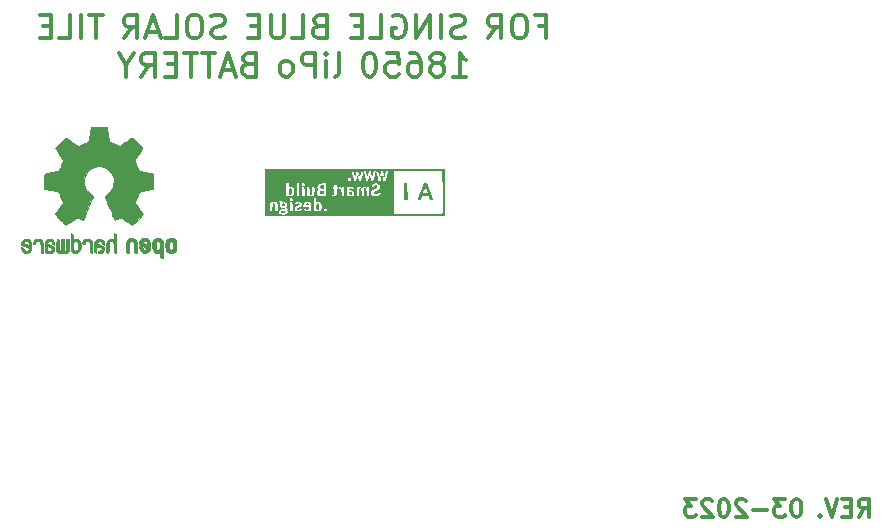
<source format=gbr>
%TF.GenerationSoftware,KiCad,Pcbnew,(7.0.0)*%
%TF.CreationDate,2023-03-03T13:32:30+01:00*%
%TF.ProjectId,Solar Cell offgrid Power,536f6c61-7220-4436-956c-6c206f666667,rev?*%
%TF.SameCoordinates,Original*%
%TF.FileFunction,Legend,Bot*%
%TF.FilePolarity,Positive*%
%FSLAX46Y46*%
G04 Gerber Fmt 4.6, Leading zero omitted, Abs format (unit mm)*
G04 Created by KiCad (PCBNEW (7.0.0)) date 2023-03-03 13:32:30*
%MOMM*%
%LPD*%
G01*
G04 APERTURE LIST*
%ADD10C,0.300000*%
%ADD11C,0.010000*%
G04 APERTURE END LIST*
D10*
X222365714Y-131933571D02*
X222865714Y-131219285D01*
X223222857Y-131933571D02*
X223222857Y-130433571D01*
X223222857Y-130433571D02*
X222651428Y-130433571D01*
X222651428Y-130433571D02*
X222508571Y-130505000D01*
X222508571Y-130505000D02*
X222437142Y-130576428D01*
X222437142Y-130576428D02*
X222365714Y-130719285D01*
X222365714Y-130719285D02*
X222365714Y-130933571D01*
X222365714Y-130933571D02*
X222437142Y-131076428D01*
X222437142Y-131076428D02*
X222508571Y-131147857D01*
X222508571Y-131147857D02*
X222651428Y-131219285D01*
X222651428Y-131219285D02*
X223222857Y-131219285D01*
X221722857Y-131147857D02*
X221222857Y-131147857D01*
X221008571Y-131933571D02*
X221722857Y-131933571D01*
X221722857Y-131933571D02*
X221722857Y-130433571D01*
X221722857Y-130433571D02*
X221008571Y-130433571D01*
X220579999Y-130433571D02*
X220079999Y-131933571D01*
X220079999Y-131933571D02*
X219579999Y-130433571D01*
X219080000Y-131790714D02*
X219008571Y-131862142D01*
X219008571Y-131862142D02*
X219080000Y-131933571D01*
X219080000Y-131933571D02*
X219151428Y-131862142D01*
X219151428Y-131862142D02*
X219080000Y-131790714D01*
X219080000Y-131790714D02*
X219080000Y-131933571D01*
X217179999Y-130433571D02*
X217037142Y-130433571D01*
X217037142Y-130433571D02*
X216894285Y-130505000D01*
X216894285Y-130505000D02*
X216822857Y-130576428D01*
X216822857Y-130576428D02*
X216751428Y-130719285D01*
X216751428Y-130719285D02*
X216679999Y-131005000D01*
X216679999Y-131005000D02*
X216679999Y-131362142D01*
X216679999Y-131362142D02*
X216751428Y-131647857D01*
X216751428Y-131647857D02*
X216822857Y-131790714D01*
X216822857Y-131790714D02*
X216894285Y-131862142D01*
X216894285Y-131862142D02*
X217037142Y-131933571D01*
X217037142Y-131933571D02*
X217179999Y-131933571D01*
X217179999Y-131933571D02*
X217322857Y-131862142D01*
X217322857Y-131862142D02*
X217394285Y-131790714D01*
X217394285Y-131790714D02*
X217465714Y-131647857D01*
X217465714Y-131647857D02*
X217537142Y-131362142D01*
X217537142Y-131362142D02*
X217537142Y-131005000D01*
X217537142Y-131005000D02*
X217465714Y-130719285D01*
X217465714Y-130719285D02*
X217394285Y-130576428D01*
X217394285Y-130576428D02*
X217322857Y-130505000D01*
X217322857Y-130505000D02*
X217179999Y-130433571D01*
X216180000Y-130433571D02*
X215251428Y-130433571D01*
X215251428Y-130433571D02*
X215751428Y-131005000D01*
X215751428Y-131005000D02*
X215537143Y-131005000D01*
X215537143Y-131005000D02*
X215394286Y-131076428D01*
X215394286Y-131076428D02*
X215322857Y-131147857D01*
X215322857Y-131147857D02*
X215251428Y-131290714D01*
X215251428Y-131290714D02*
X215251428Y-131647857D01*
X215251428Y-131647857D02*
X215322857Y-131790714D01*
X215322857Y-131790714D02*
X215394286Y-131862142D01*
X215394286Y-131862142D02*
X215537143Y-131933571D01*
X215537143Y-131933571D02*
X215965714Y-131933571D01*
X215965714Y-131933571D02*
X216108571Y-131862142D01*
X216108571Y-131862142D02*
X216180000Y-131790714D01*
X214608572Y-131362142D02*
X213465715Y-131362142D01*
X212822857Y-130576428D02*
X212751429Y-130505000D01*
X212751429Y-130505000D02*
X212608572Y-130433571D01*
X212608572Y-130433571D02*
X212251429Y-130433571D01*
X212251429Y-130433571D02*
X212108572Y-130505000D01*
X212108572Y-130505000D02*
X212037143Y-130576428D01*
X212037143Y-130576428D02*
X211965714Y-130719285D01*
X211965714Y-130719285D02*
X211965714Y-130862142D01*
X211965714Y-130862142D02*
X212037143Y-131076428D01*
X212037143Y-131076428D02*
X212894286Y-131933571D01*
X212894286Y-131933571D02*
X211965714Y-131933571D01*
X211037143Y-130433571D02*
X210894286Y-130433571D01*
X210894286Y-130433571D02*
X210751429Y-130505000D01*
X210751429Y-130505000D02*
X210680001Y-130576428D01*
X210680001Y-130576428D02*
X210608572Y-130719285D01*
X210608572Y-130719285D02*
X210537143Y-131005000D01*
X210537143Y-131005000D02*
X210537143Y-131362142D01*
X210537143Y-131362142D02*
X210608572Y-131647857D01*
X210608572Y-131647857D02*
X210680001Y-131790714D01*
X210680001Y-131790714D02*
X210751429Y-131862142D01*
X210751429Y-131862142D02*
X210894286Y-131933571D01*
X210894286Y-131933571D02*
X211037143Y-131933571D01*
X211037143Y-131933571D02*
X211180001Y-131862142D01*
X211180001Y-131862142D02*
X211251429Y-131790714D01*
X211251429Y-131790714D02*
X211322858Y-131647857D01*
X211322858Y-131647857D02*
X211394286Y-131362142D01*
X211394286Y-131362142D02*
X211394286Y-131005000D01*
X211394286Y-131005000D02*
X211322858Y-130719285D01*
X211322858Y-130719285D02*
X211251429Y-130576428D01*
X211251429Y-130576428D02*
X211180001Y-130505000D01*
X211180001Y-130505000D02*
X211037143Y-130433571D01*
X209965715Y-130576428D02*
X209894287Y-130505000D01*
X209894287Y-130505000D02*
X209751430Y-130433571D01*
X209751430Y-130433571D02*
X209394287Y-130433571D01*
X209394287Y-130433571D02*
X209251430Y-130505000D01*
X209251430Y-130505000D02*
X209180001Y-130576428D01*
X209180001Y-130576428D02*
X209108572Y-130719285D01*
X209108572Y-130719285D02*
X209108572Y-130862142D01*
X209108572Y-130862142D02*
X209180001Y-131076428D01*
X209180001Y-131076428D02*
X210037144Y-131933571D01*
X210037144Y-131933571D02*
X209108572Y-131933571D01*
X208608573Y-130433571D02*
X207680001Y-130433571D01*
X207680001Y-130433571D02*
X208180001Y-131005000D01*
X208180001Y-131005000D02*
X207965716Y-131005000D01*
X207965716Y-131005000D02*
X207822859Y-131076428D01*
X207822859Y-131076428D02*
X207751430Y-131147857D01*
X207751430Y-131147857D02*
X207680001Y-131290714D01*
X207680001Y-131290714D02*
X207680001Y-131647857D01*
X207680001Y-131647857D02*
X207751430Y-131790714D01*
X207751430Y-131790714D02*
X207822859Y-131862142D01*
X207822859Y-131862142D02*
X207965716Y-131933571D01*
X207965716Y-131933571D02*
X208394287Y-131933571D01*
X208394287Y-131933571D02*
X208537144Y-131862142D01*
X208537144Y-131862142D02*
X208608573Y-131790714D01*
X195273334Y-90387142D02*
X195940001Y-90387142D01*
X195940001Y-91434761D02*
X195940001Y-89434761D01*
X195940001Y-89434761D02*
X194987620Y-89434761D01*
X193844763Y-89434761D02*
X193463810Y-89434761D01*
X193463810Y-89434761D02*
X193273334Y-89530000D01*
X193273334Y-89530000D02*
X193082858Y-89720476D01*
X193082858Y-89720476D02*
X192987620Y-90101428D01*
X192987620Y-90101428D02*
X192987620Y-90768095D01*
X192987620Y-90768095D02*
X193082858Y-91149047D01*
X193082858Y-91149047D02*
X193273334Y-91339523D01*
X193273334Y-91339523D02*
X193463810Y-91434761D01*
X193463810Y-91434761D02*
X193844763Y-91434761D01*
X193844763Y-91434761D02*
X194035239Y-91339523D01*
X194035239Y-91339523D02*
X194225715Y-91149047D01*
X194225715Y-91149047D02*
X194320953Y-90768095D01*
X194320953Y-90768095D02*
X194320953Y-90101428D01*
X194320953Y-90101428D02*
X194225715Y-89720476D01*
X194225715Y-89720476D02*
X194035239Y-89530000D01*
X194035239Y-89530000D02*
X193844763Y-89434761D01*
X190987620Y-91434761D02*
X191654287Y-90482380D01*
X192130477Y-91434761D02*
X192130477Y-89434761D01*
X192130477Y-89434761D02*
X191368572Y-89434761D01*
X191368572Y-89434761D02*
X191178096Y-89530000D01*
X191178096Y-89530000D02*
X191082858Y-89625238D01*
X191082858Y-89625238D02*
X190987620Y-89815714D01*
X190987620Y-89815714D02*
X190987620Y-90101428D01*
X190987620Y-90101428D02*
X191082858Y-90291904D01*
X191082858Y-90291904D02*
X191178096Y-90387142D01*
X191178096Y-90387142D02*
X191368572Y-90482380D01*
X191368572Y-90482380D02*
X192130477Y-90482380D01*
X189025715Y-91339523D02*
X188740001Y-91434761D01*
X188740001Y-91434761D02*
X188263810Y-91434761D01*
X188263810Y-91434761D02*
X188073334Y-91339523D01*
X188073334Y-91339523D02*
X187978096Y-91244285D01*
X187978096Y-91244285D02*
X187882858Y-91053809D01*
X187882858Y-91053809D02*
X187882858Y-90863333D01*
X187882858Y-90863333D02*
X187978096Y-90672857D01*
X187978096Y-90672857D02*
X188073334Y-90577619D01*
X188073334Y-90577619D02*
X188263810Y-90482380D01*
X188263810Y-90482380D02*
X188644763Y-90387142D01*
X188644763Y-90387142D02*
X188835239Y-90291904D01*
X188835239Y-90291904D02*
X188930477Y-90196666D01*
X188930477Y-90196666D02*
X189025715Y-90006190D01*
X189025715Y-90006190D02*
X189025715Y-89815714D01*
X189025715Y-89815714D02*
X188930477Y-89625238D01*
X188930477Y-89625238D02*
X188835239Y-89530000D01*
X188835239Y-89530000D02*
X188644763Y-89434761D01*
X188644763Y-89434761D02*
X188168572Y-89434761D01*
X188168572Y-89434761D02*
X187882858Y-89530000D01*
X187025715Y-91434761D02*
X187025715Y-89434761D01*
X186073334Y-91434761D02*
X186073334Y-89434761D01*
X186073334Y-89434761D02*
X184930477Y-91434761D01*
X184930477Y-91434761D02*
X184930477Y-89434761D01*
X182930477Y-89530000D02*
X183120953Y-89434761D01*
X183120953Y-89434761D02*
X183406667Y-89434761D01*
X183406667Y-89434761D02*
X183692382Y-89530000D01*
X183692382Y-89530000D02*
X183882858Y-89720476D01*
X183882858Y-89720476D02*
X183978096Y-89910952D01*
X183978096Y-89910952D02*
X184073334Y-90291904D01*
X184073334Y-90291904D02*
X184073334Y-90577619D01*
X184073334Y-90577619D02*
X183978096Y-90958571D01*
X183978096Y-90958571D02*
X183882858Y-91149047D01*
X183882858Y-91149047D02*
X183692382Y-91339523D01*
X183692382Y-91339523D02*
X183406667Y-91434761D01*
X183406667Y-91434761D02*
X183216191Y-91434761D01*
X183216191Y-91434761D02*
X182930477Y-91339523D01*
X182930477Y-91339523D02*
X182835239Y-91244285D01*
X182835239Y-91244285D02*
X182835239Y-90577619D01*
X182835239Y-90577619D02*
X183216191Y-90577619D01*
X181025715Y-91434761D02*
X181978096Y-91434761D01*
X181978096Y-91434761D02*
X181978096Y-89434761D01*
X180359048Y-90387142D02*
X179692381Y-90387142D01*
X179406667Y-91434761D02*
X180359048Y-91434761D01*
X180359048Y-91434761D02*
X180359048Y-89434761D01*
X180359048Y-89434761D02*
X179406667Y-89434761D01*
X176682857Y-90387142D02*
X176397143Y-90482380D01*
X176397143Y-90482380D02*
X176301905Y-90577619D01*
X176301905Y-90577619D02*
X176206667Y-90768095D01*
X176206667Y-90768095D02*
X176206667Y-91053809D01*
X176206667Y-91053809D02*
X176301905Y-91244285D01*
X176301905Y-91244285D02*
X176397143Y-91339523D01*
X176397143Y-91339523D02*
X176587619Y-91434761D01*
X176587619Y-91434761D02*
X177349524Y-91434761D01*
X177349524Y-91434761D02*
X177349524Y-89434761D01*
X177349524Y-89434761D02*
X176682857Y-89434761D01*
X176682857Y-89434761D02*
X176492381Y-89530000D01*
X176492381Y-89530000D02*
X176397143Y-89625238D01*
X176397143Y-89625238D02*
X176301905Y-89815714D01*
X176301905Y-89815714D02*
X176301905Y-90006190D01*
X176301905Y-90006190D02*
X176397143Y-90196666D01*
X176397143Y-90196666D02*
X176492381Y-90291904D01*
X176492381Y-90291904D02*
X176682857Y-90387142D01*
X176682857Y-90387142D02*
X177349524Y-90387142D01*
X174397143Y-91434761D02*
X175349524Y-91434761D01*
X175349524Y-91434761D02*
X175349524Y-89434761D01*
X173730476Y-89434761D02*
X173730476Y-91053809D01*
X173730476Y-91053809D02*
X173635238Y-91244285D01*
X173635238Y-91244285D02*
X173540000Y-91339523D01*
X173540000Y-91339523D02*
X173349524Y-91434761D01*
X173349524Y-91434761D02*
X172968571Y-91434761D01*
X172968571Y-91434761D02*
X172778095Y-91339523D01*
X172778095Y-91339523D02*
X172682857Y-91244285D01*
X172682857Y-91244285D02*
X172587619Y-91053809D01*
X172587619Y-91053809D02*
X172587619Y-89434761D01*
X171635238Y-90387142D02*
X170968571Y-90387142D01*
X170682857Y-91434761D02*
X171635238Y-91434761D01*
X171635238Y-91434761D02*
X171635238Y-89434761D01*
X171635238Y-89434761D02*
X170682857Y-89434761D01*
X168720952Y-91339523D02*
X168435238Y-91434761D01*
X168435238Y-91434761D02*
X167959047Y-91434761D01*
X167959047Y-91434761D02*
X167768571Y-91339523D01*
X167768571Y-91339523D02*
X167673333Y-91244285D01*
X167673333Y-91244285D02*
X167578095Y-91053809D01*
X167578095Y-91053809D02*
X167578095Y-90863333D01*
X167578095Y-90863333D02*
X167673333Y-90672857D01*
X167673333Y-90672857D02*
X167768571Y-90577619D01*
X167768571Y-90577619D02*
X167959047Y-90482380D01*
X167959047Y-90482380D02*
X168340000Y-90387142D01*
X168340000Y-90387142D02*
X168530476Y-90291904D01*
X168530476Y-90291904D02*
X168625714Y-90196666D01*
X168625714Y-90196666D02*
X168720952Y-90006190D01*
X168720952Y-90006190D02*
X168720952Y-89815714D01*
X168720952Y-89815714D02*
X168625714Y-89625238D01*
X168625714Y-89625238D02*
X168530476Y-89530000D01*
X168530476Y-89530000D02*
X168340000Y-89434761D01*
X168340000Y-89434761D02*
X167863809Y-89434761D01*
X167863809Y-89434761D02*
X167578095Y-89530000D01*
X166340000Y-89434761D02*
X165959047Y-89434761D01*
X165959047Y-89434761D02*
X165768571Y-89530000D01*
X165768571Y-89530000D02*
X165578095Y-89720476D01*
X165578095Y-89720476D02*
X165482857Y-90101428D01*
X165482857Y-90101428D02*
X165482857Y-90768095D01*
X165482857Y-90768095D02*
X165578095Y-91149047D01*
X165578095Y-91149047D02*
X165768571Y-91339523D01*
X165768571Y-91339523D02*
X165959047Y-91434761D01*
X165959047Y-91434761D02*
X166340000Y-91434761D01*
X166340000Y-91434761D02*
X166530476Y-91339523D01*
X166530476Y-91339523D02*
X166720952Y-91149047D01*
X166720952Y-91149047D02*
X166816190Y-90768095D01*
X166816190Y-90768095D02*
X166816190Y-90101428D01*
X166816190Y-90101428D02*
X166720952Y-89720476D01*
X166720952Y-89720476D02*
X166530476Y-89530000D01*
X166530476Y-89530000D02*
X166340000Y-89434761D01*
X163673333Y-91434761D02*
X164625714Y-91434761D01*
X164625714Y-91434761D02*
X164625714Y-89434761D01*
X163101904Y-90863333D02*
X162149523Y-90863333D01*
X163292380Y-91434761D02*
X162625714Y-89434761D01*
X162625714Y-89434761D02*
X161959047Y-91434761D01*
X160149523Y-91434761D02*
X160816190Y-90482380D01*
X161292380Y-91434761D02*
X161292380Y-89434761D01*
X161292380Y-89434761D02*
X160530475Y-89434761D01*
X160530475Y-89434761D02*
X160339999Y-89530000D01*
X160339999Y-89530000D02*
X160244761Y-89625238D01*
X160244761Y-89625238D02*
X160149523Y-89815714D01*
X160149523Y-89815714D02*
X160149523Y-90101428D01*
X160149523Y-90101428D02*
X160244761Y-90291904D01*
X160244761Y-90291904D02*
X160339999Y-90387142D01*
X160339999Y-90387142D02*
X160530475Y-90482380D01*
X160530475Y-90482380D02*
X161292380Y-90482380D01*
X158378094Y-89434761D02*
X157235237Y-89434761D01*
X157806666Y-91434761D02*
X157806666Y-89434761D01*
X156568570Y-91434761D02*
X156568570Y-89434761D01*
X154663808Y-91434761D02*
X155616189Y-91434761D01*
X155616189Y-91434761D02*
X155616189Y-89434761D01*
X153997141Y-90387142D02*
X153330474Y-90387142D01*
X153044760Y-91434761D02*
X153997141Y-91434761D01*
X153997141Y-91434761D02*
X153997141Y-89434761D01*
X153997141Y-89434761D02*
X153044760Y-89434761D01*
X188025715Y-94674761D02*
X189168572Y-94674761D01*
X188597144Y-94674761D02*
X188597144Y-92674761D01*
X188597144Y-92674761D02*
X188787620Y-92960476D01*
X188787620Y-92960476D02*
X188978096Y-93150952D01*
X188978096Y-93150952D02*
X189168572Y-93246190D01*
X186882858Y-93531904D02*
X187073334Y-93436666D01*
X187073334Y-93436666D02*
X187168572Y-93341428D01*
X187168572Y-93341428D02*
X187263810Y-93150952D01*
X187263810Y-93150952D02*
X187263810Y-93055714D01*
X187263810Y-93055714D02*
X187168572Y-92865238D01*
X187168572Y-92865238D02*
X187073334Y-92770000D01*
X187073334Y-92770000D02*
X186882858Y-92674761D01*
X186882858Y-92674761D02*
X186501905Y-92674761D01*
X186501905Y-92674761D02*
X186311429Y-92770000D01*
X186311429Y-92770000D02*
X186216191Y-92865238D01*
X186216191Y-92865238D02*
X186120953Y-93055714D01*
X186120953Y-93055714D02*
X186120953Y-93150952D01*
X186120953Y-93150952D02*
X186216191Y-93341428D01*
X186216191Y-93341428D02*
X186311429Y-93436666D01*
X186311429Y-93436666D02*
X186501905Y-93531904D01*
X186501905Y-93531904D02*
X186882858Y-93531904D01*
X186882858Y-93531904D02*
X187073334Y-93627142D01*
X187073334Y-93627142D02*
X187168572Y-93722380D01*
X187168572Y-93722380D02*
X187263810Y-93912857D01*
X187263810Y-93912857D02*
X187263810Y-94293809D01*
X187263810Y-94293809D02*
X187168572Y-94484285D01*
X187168572Y-94484285D02*
X187073334Y-94579523D01*
X187073334Y-94579523D02*
X186882858Y-94674761D01*
X186882858Y-94674761D02*
X186501905Y-94674761D01*
X186501905Y-94674761D02*
X186311429Y-94579523D01*
X186311429Y-94579523D02*
X186216191Y-94484285D01*
X186216191Y-94484285D02*
X186120953Y-94293809D01*
X186120953Y-94293809D02*
X186120953Y-93912857D01*
X186120953Y-93912857D02*
X186216191Y-93722380D01*
X186216191Y-93722380D02*
X186311429Y-93627142D01*
X186311429Y-93627142D02*
X186501905Y-93531904D01*
X184406667Y-92674761D02*
X184787620Y-92674761D01*
X184787620Y-92674761D02*
X184978096Y-92770000D01*
X184978096Y-92770000D02*
X185073334Y-92865238D01*
X185073334Y-92865238D02*
X185263810Y-93150952D01*
X185263810Y-93150952D02*
X185359048Y-93531904D01*
X185359048Y-93531904D02*
X185359048Y-94293809D01*
X185359048Y-94293809D02*
X185263810Y-94484285D01*
X185263810Y-94484285D02*
X185168572Y-94579523D01*
X185168572Y-94579523D02*
X184978096Y-94674761D01*
X184978096Y-94674761D02*
X184597143Y-94674761D01*
X184597143Y-94674761D02*
X184406667Y-94579523D01*
X184406667Y-94579523D02*
X184311429Y-94484285D01*
X184311429Y-94484285D02*
X184216191Y-94293809D01*
X184216191Y-94293809D02*
X184216191Y-93817619D01*
X184216191Y-93817619D02*
X184311429Y-93627142D01*
X184311429Y-93627142D02*
X184406667Y-93531904D01*
X184406667Y-93531904D02*
X184597143Y-93436666D01*
X184597143Y-93436666D02*
X184978096Y-93436666D01*
X184978096Y-93436666D02*
X185168572Y-93531904D01*
X185168572Y-93531904D02*
X185263810Y-93627142D01*
X185263810Y-93627142D02*
X185359048Y-93817619D01*
X182406667Y-92674761D02*
X183359048Y-92674761D01*
X183359048Y-92674761D02*
X183454286Y-93627142D01*
X183454286Y-93627142D02*
X183359048Y-93531904D01*
X183359048Y-93531904D02*
X183168572Y-93436666D01*
X183168572Y-93436666D02*
X182692381Y-93436666D01*
X182692381Y-93436666D02*
X182501905Y-93531904D01*
X182501905Y-93531904D02*
X182406667Y-93627142D01*
X182406667Y-93627142D02*
X182311429Y-93817619D01*
X182311429Y-93817619D02*
X182311429Y-94293809D01*
X182311429Y-94293809D02*
X182406667Y-94484285D01*
X182406667Y-94484285D02*
X182501905Y-94579523D01*
X182501905Y-94579523D02*
X182692381Y-94674761D01*
X182692381Y-94674761D02*
X183168572Y-94674761D01*
X183168572Y-94674761D02*
X183359048Y-94579523D01*
X183359048Y-94579523D02*
X183454286Y-94484285D01*
X181073334Y-92674761D02*
X180882857Y-92674761D01*
X180882857Y-92674761D02*
X180692381Y-92770000D01*
X180692381Y-92770000D02*
X180597143Y-92865238D01*
X180597143Y-92865238D02*
X180501905Y-93055714D01*
X180501905Y-93055714D02*
X180406667Y-93436666D01*
X180406667Y-93436666D02*
X180406667Y-93912857D01*
X180406667Y-93912857D02*
X180501905Y-94293809D01*
X180501905Y-94293809D02*
X180597143Y-94484285D01*
X180597143Y-94484285D02*
X180692381Y-94579523D01*
X180692381Y-94579523D02*
X180882857Y-94674761D01*
X180882857Y-94674761D02*
X181073334Y-94674761D01*
X181073334Y-94674761D02*
X181263810Y-94579523D01*
X181263810Y-94579523D02*
X181359048Y-94484285D01*
X181359048Y-94484285D02*
X181454286Y-94293809D01*
X181454286Y-94293809D02*
X181549524Y-93912857D01*
X181549524Y-93912857D02*
X181549524Y-93436666D01*
X181549524Y-93436666D02*
X181454286Y-93055714D01*
X181454286Y-93055714D02*
X181359048Y-92865238D01*
X181359048Y-92865238D02*
X181263810Y-92770000D01*
X181263810Y-92770000D02*
X181073334Y-92674761D01*
X178063810Y-94674761D02*
X178254286Y-94579523D01*
X178254286Y-94579523D02*
X178349524Y-94389047D01*
X178349524Y-94389047D02*
X178349524Y-92674761D01*
X177301905Y-94674761D02*
X177301905Y-93341428D01*
X177301905Y-92674761D02*
X177397143Y-92770000D01*
X177397143Y-92770000D02*
X177301905Y-92865238D01*
X177301905Y-92865238D02*
X177206667Y-92770000D01*
X177206667Y-92770000D02*
X177301905Y-92674761D01*
X177301905Y-92674761D02*
X177301905Y-92865238D01*
X176349524Y-94674761D02*
X176349524Y-92674761D01*
X176349524Y-92674761D02*
X175587619Y-92674761D01*
X175587619Y-92674761D02*
X175397143Y-92770000D01*
X175397143Y-92770000D02*
X175301905Y-92865238D01*
X175301905Y-92865238D02*
X175206667Y-93055714D01*
X175206667Y-93055714D02*
X175206667Y-93341428D01*
X175206667Y-93341428D02*
X175301905Y-93531904D01*
X175301905Y-93531904D02*
X175397143Y-93627142D01*
X175397143Y-93627142D02*
X175587619Y-93722380D01*
X175587619Y-93722380D02*
X176349524Y-93722380D01*
X174063810Y-94674761D02*
X174254286Y-94579523D01*
X174254286Y-94579523D02*
X174349524Y-94484285D01*
X174349524Y-94484285D02*
X174444762Y-94293809D01*
X174444762Y-94293809D02*
X174444762Y-93722380D01*
X174444762Y-93722380D02*
X174349524Y-93531904D01*
X174349524Y-93531904D02*
X174254286Y-93436666D01*
X174254286Y-93436666D02*
X174063810Y-93341428D01*
X174063810Y-93341428D02*
X173778095Y-93341428D01*
X173778095Y-93341428D02*
X173587619Y-93436666D01*
X173587619Y-93436666D02*
X173492381Y-93531904D01*
X173492381Y-93531904D02*
X173397143Y-93722380D01*
X173397143Y-93722380D02*
X173397143Y-94293809D01*
X173397143Y-94293809D02*
X173492381Y-94484285D01*
X173492381Y-94484285D02*
X173587619Y-94579523D01*
X173587619Y-94579523D02*
X173778095Y-94674761D01*
X173778095Y-94674761D02*
X174063810Y-94674761D01*
X170673333Y-93627142D02*
X170387619Y-93722380D01*
X170387619Y-93722380D02*
X170292381Y-93817619D01*
X170292381Y-93817619D02*
X170197143Y-94008095D01*
X170197143Y-94008095D02*
X170197143Y-94293809D01*
X170197143Y-94293809D02*
X170292381Y-94484285D01*
X170292381Y-94484285D02*
X170387619Y-94579523D01*
X170387619Y-94579523D02*
X170578095Y-94674761D01*
X170578095Y-94674761D02*
X171340000Y-94674761D01*
X171340000Y-94674761D02*
X171340000Y-92674761D01*
X171340000Y-92674761D02*
X170673333Y-92674761D01*
X170673333Y-92674761D02*
X170482857Y-92770000D01*
X170482857Y-92770000D02*
X170387619Y-92865238D01*
X170387619Y-92865238D02*
X170292381Y-93055714D01*
X170292381Y-93055714D02*
X170292381Y-93246190D01*
X170292381Y-93246190D02*
X170387619Y-93436666D01*
X170387619Y-93436666D02*
X170482857Y-93531904D01*
X170482857Y-93531904D02*
X170673333Y-93627142D01*
X170673333Y-93627142D02*
X171340000Y-93627142D01*
X169435238Y-94103333D02*
X168482857Y-94103333D01*
X169625714Y-94674761D02*
X168959048Y-92674761D01*
X168959048Y-92674761D02*
X168292381Y-94674761D01*
X167911428Y-92674761D02*
X166768571Y-92674761D01*
X167340000Y-94674761D02*
X167340000Y-92674761D01*
X166387618Y-92674761D02*
X165244761Y-92674761D01*
X165816190Y-94674761D02*
X165816190Y-92674761D01*
X164578094Y-93627142D02*
X163911427Y-93627142D01*
X163625713Y-94674761D02*
X164578094Y-94674761D01*
X164578094Y-94674761D02*
X164578094Y-92674761D01*
X164578094Y-92674761D02*
X163625713Y-92674761D01*
X161625713Y-94674761D02*
X162292380Y-93722380D01*
X162768570Y-94674761D02*
X162768570Y-92674761D01*
X162768570Y-92674761D02*
X162006665Y-92674761D01*
X162006665Y-92674761D02*
X161816189Y-92770000D01*
X161816189Y-92770000D02*
X161720951Y-92865238D01*
X161720951Y-92865238D02*
X161625713Y-93055714D01*
X161625713Y-93055714D02*
X161625713Y-93341428D01*
X161625713Y-93341428D02*
X161720951Y-93531904D01*
X161720951Y-93531904D02*
X161816189Y-93627142D01*
X161816189Y-93627142D02*
X162006665Y-93722380D01*
X162006665Y-93722380D02*
X162768570Y-93722380D01*
X160387618Y-93722380D02*
X160387618Y-94674761D01*
X161054284Y-92674761D02*
X160387618Y-93722380D01*
X160387618Y-93722380D02*
X159720951Y-92674761D01*
%TO.C,G\u002A\u002A\u002A*%
G36*
X184186730Y-105115000D02*
G01*
X183910437Y-105115000D01*
X183916011Y-104400625D01*
X183921584Y-103686250D01*
X184175584Y-103686250D01*
X184186730Y-105115000D01*
G37*
G36*
X177074167Y-104162500D02*
G01*
X176964709Y-104162500D01*
X176909544Y-104159626D01*
X176834178Y-104138046D01*
X176791372Y-104093269D01*
X176777834Y-104022836D01*
X176780457Y-103992554D01*
X176810364Y-103933717D01*
X176874285Y-103898834D01*
X176973044Y-103887333D01*
X177074167Y-103887333D01*
X177074167Y-104162500D01*
G37*
G36*
X177074167Y-104654421D02*
G01*
X176944019Y-104645007D01*
X176877707Y-104636395D01*
X176796965Y-104606609D01*
X176750432Y-104555707D01*
X176735500Y-104481646D01*
X176740590Y-104437879D01*
X176775557Y-104378573D01*
X176844414Y-104343420D01*
X176947992Y-104331833D01*
X177074167Y-104331833D01*
X177074167Y-104654421D01*
G37*
G36*
X173760072Y-105402262D02*
G01*
X173776145Y-105427218D01*
X173791101Y-105489969D01*
X173789852Y-105562057D01*
X173771422Y-105624391D01*
X173746936Y-105650308D01*
X173687500Y-105665333D01*
X173680609Y-105665184D01*
X173624633Y-105646626D01*
X173592157Y-105595469D01*
X173581667Y-105509487D01*
X173584739Y-105474133D01*
X173609956Y-105412176D01*
X173653407Y-105376045D01*
X173706358Y-105370990D01*
X173760072Y-105402262D01*
G37*
G36*
X179294686Y-104417943D02*
G01*
X179356480Y-104433048D01*
X179414404Y-104458484D01*
X179449371Y-104486616D01*
X179458375Y-104508025D01*
X179465243Y-104565407D01*
X179458964Y-104625402D01*
X179440600Y-104666267D01*
X179425759Y-104678543D01*
X179375189Y-104692009D01*
X179323609Y-104672711D01*
X179278054Y-104626930D01*
X179245562Y-104560949D01*
X179233167Y-104481051D01*
X179233568Y-104465105D01*
X179244172Y-104426921D01*
X179274123Y-104416500D01*
X179294686Y-104417943D01*
G37*
G36*
X173769404Y-106049204D02*
G01*
X173823353Y-106059181D01*
X173846614Y-106082208D01*
X173856453Y-106128848D01*
X173847370Y-106178928D01*
X173819792Y-106213971D01*
X173799424Y-106222977D01*
X173730126Y-106235528D01*
X173648152Y-106235016D01*
X173571414Y-106222360D01*
X173517823Y-106198478D01*
X173493969Y-106173111D01*
X173481424Y-106125955D01*
X173505706Y-106084995D01*
X173563773Y-106059437D01*
X173608452Y-106052526D01*
X173691789Y-106046991D01*
X173769404Y-106049204D01*
G37*
G36*
X175718658Y-105392096D02*
G01*
X175769006Y-105420325D01*
X175809023Y-105470559D01*
X175825334Y-105527750D01*
X175825331Y-105529605D01*
X175822277Y-105558157D01*
X175806720Y-105573424D01*
X175768719Y-105579546D01*
X175698334Y-105580667D01*
X175679226Y-105580655D01*
X175617056Y-105579102D01*
X175585003Y-105571466D01*
X175573088Y-105552852D01*
X175571334Y-105518367D01*
X175571334Y-105518056D01*
X175590443Y-105455461D01*
X175638690Y-105408604D01*
X175703044Y-105390167D01*
X175718658Y-105392096D01*
G37*
G36*
X176613115Y-105413185D02*
G01*
X176660864Y-105433862D01*
X176692110Y-105481333D01*
X176709163Y-105560413D01*
X176714334Y-105675917D01*
X176711721Y-105767854D01*
X176701098Y-105845582D01*
X176681384Y-105893457D01*
X176675569Y-105900990D01*
X176622984Y-105934574D01*
X176558957Y-105936409D01*
X176499042Y-105905469D01*
X176479905Y-105881056D01*
X176467885Y-105842807D01*
X176461935Y-105781657D01*
X176460334Y-105687929D01*
X176462043Y-105609851D01*
X176472928Y-105515388D01*
X176495885Y-105454197D01*
X176533244Y-105421203D01*
X176587334Y-105411333D01*
X176613115Y-105413185D01*
G37*
G36*
X174284782Y-104143185D02*
G01*
X174332531Y-104163862D01*
X174363777Y-104211333D01*
X174380830Y-104290413D01*
X174386000Y-104405917D01*
X174383387Y-104497854D01*
X174372765Y-104575582D01*
X174353050Y-104623457D01*
X174347236Y-104630990D01*
X174294651Y-104664574D01*
X174230623Y-104666409D01*
X174170709Y-104635469D01*
X174151572Y-104611056D01*
X174139551Y-104572807D01*
X174133601Y-104511657D01*
X174132000Y-104417929D01*
X174133709Y-104339851D01*
X174144595Y-104245388D01*
X174167552Y-104184197D01*
X174204911Y-104151203D01*
X174259000Y-104141333D01*
X174284782Y-104143185D01*
G37*
G36*
X186147026Y-104517042D02*
G01*
X186200349Y-104659369D01*
X186251605Y-104796197D01*
X186295070Y-104912243D01*
X186328978Y-105002792D01*
X186351563Y-105063130D01*
X186361059Y-105088542D01*
X186361651Y-105090483D01*
X186351930Y-105104835D01*
X186310742Y-105112642D01*
X186232766Y-105115000D01*
X186094668Y-105115000D01*
X186061111Y-105025042D01*
X186055757Y-105010594D01*
X186025915Y-104927859D01*
X185999022Y-104850417D01*
X185970490Y-104765750D01*
X185424417Y-104765750D01*
X185303205Y-105115000D01*
X185168019Y-105115000D01*
X185102530Y-105112999D01*
X185052164Y-105107272D01*
X185032918Y-105099125D01*
X185038477Y-105080974D01*
X185057285Y-105027054D01*
X185087769Y-104942143D01*
X185128254Y-104830849D01*
X185177061Y-104697780D01*
X185232514Y-104547544D01*
X185234015Y-104543500D01*
X185500288Y-104543500D01*
X185702241Y-104543500D01*
X185791449Y-104542399D01*
X185855881Y-104538122D01*
X185888156Y-104529915D01*
X185893606Y-104517042D01*
X185892874Y-104515149D01*
X185880668Y-104480979D01*
X185858231Y-104416400D01*
X185828496Y-104329899D01*
X185794396Y-104229960D01*
X185787566Y-104209953D01*
X185754886Y-104116458D01*
X185727438Y-104041500D01*
X185707929Y-103992292D01*
X185699066Y-103976045D01*
X185697473Y-103979084D01*
X185684619Y-104012182D01*
X185661709Y-104075493D01*
X185631394Y-104161610D01*
X185596323Y-104263126D01*
X185500288Y-104543500D01*
X185234015Y-104543500D01*
X185292935Y-104384750D01*
X185552867Y-103686250D01*
X185691981Y-103680060D01*
X185831095Y-103673871D01*
X186091175Y-104367977D01*
X186143067Y-104506475D01*
X186147026Y-104517042D01*
G37*
G36*
X187339305Y-105277684D02*
G01*
X187338760Y-106448500D01*
X172100000Y-106448500D01*
X172100000Y-106149446D01*
X173301865Y-106149446D01*
X173330029Y-106232597D01*
X173394637Y-106298051D01*
X173493403Y-106342021D01*
X173560351Y-106354209D01*
X173653074Y-106360916D01*
X173750867Y-106360742D01*
X173838102Y-106353762D01*
X173899156Y-106340053D01*
X173958729Y-106307765D01*
X174017395Y-106248450D01*
X174046329Y-106179737D01*
X174042456Y-106110280D01*
X174021658Y-106078083D01*
X174248417Y-106078083D01*
X174338569Y-106084601D01*
X174344317Y-106084988D01*
X174410713Y-106082130D01*
X174439618Y-106062723D01*
X174442499Y-106038534D01*
X174444800Y-105977712D01*
X174445998Y-105888446D01*
X174445999Y-105848499D01*
X174619398Y-105848499D01*
X174640024Y-105930711D01*
X174686335Y-106003004D01*
X174755487Y-106053874D01*
X174771557Y-106060858D01*
X174886712Y-106092428D01*
X174998660Y-106094181D01*
X175099155Y-106068082D01*
X175179949Y-106016095D01*
X175232798Y-105940185D01*
X175245564Y-105906189D01*
X175248693Y-105873781D01*
X175230753Y-105854202D01*
X175184889Y-105836860D01*
X175116097Y-105847504D01*
X175045424Y-105898167D01*
X175033603Y-105909242D01*
X174978914Y-105946758D01*
X174930659Y-105961667D01*
X174920833Y-105960998D01*
X174869886Y-105941248D01*
X174827221Y-105904012D01*
X174809334Y-105862739D01*
X174810084Y-105855859D01*
X174837517Y-105817389D01*
X174900428Y-105777839D01*
X174993345Y-105740833D01*
X175046281Y-105721889D01*
X175073829Y-105707667D01*
X175353771Y-105707667D01*
X175600136Y-105707667D01*
X175629976Y-105707658D01*
X175729507Y-105708327D01*
X175794196Y-105712709D01*
X175830076Y-105724255D01*
X175843182Y-105746416D01*
X175839547Y-105782643D01*
X175825207Y-105836386D01*
X175823185Y-105843179D01*
X175785608Y-105909895D01*
X175729005Y-105951018D01*
X175664358Y-105958227D01*
X175658811Y-105956647D01*
X175620307Y-105929565D01*
X175582200Y-105882872D01*
X175543144Y-105838923D01*
X175475717Y-105812572D01*
X175394816Y-105825708D01*
X175376241Y-105850390D01*
X175379611Y-105873781D01*
X175382834Y-105896152D01*
X175412342Y-105952747D01*
X175461245Y-106010386D01*
X175504110Y-106042814D01*
X175599951Y-106080938D01*
X175707903Y-106092364D01*
X175814088Y-106076403D01*
X175904627Y-106032367D01*
X175920028Y-106020114D01*
X175987900Y-105937584D01*
X176027730Y-105827530D01*
X176040736Y-105686857D01*
X176040707Y-105679624D01*
X176025216Y-105533345D01*
X175982132Y-105416735D01*
X175912653Y-105331295D01*
X175817981Y-105278526D01*
X175699317Y-105259930D01*
X175639543Y-105263458D01*
X175533908Y-105296254D01*
X175453080Y-105363267D01*
X175397253Y-105464296D01*
X175366624Y-105599142D01*
X175353771Y-105707667D01*
X175073829Y-105707667D01*
X175138555Y-105674251D01*
X175196153Y-105616636D01*
X175224287Y-105544615D01*
X175228013Y-105505946D01*
X175210045Y-105417314D01*
X175159618Y-105341712D01*
X175083698Y-105287485D01*
X174989250Y-105262979D01*
X174927266Y-105260242D01*
X174851331Y-105265704D01*
X174793222Y-105286629D01*
X174738447Y-105326699D01*
X174699091Y-105365029D01*
X174660653Y-105419741D01*
X174655292Y-105461089D01*
X174684508Y-105484680D01*
X174707959Y-105491285D01*
X174763464Y-105506887D01*
X174795938Y-105504208D01*
X174826245Y-105465138D01*
X174833269Y-105452235D01*
X174875182Y-105414135D01*
X174929513Y-105397947D01*
X174983776Y-105403093D01*
X175025489Y-105428999D01*
X175042167Y-105475090D01*
X175036826Y-105499943D01*
X175003708Y-105537604D01*
X174936741Y-105574403D01*
X174831804Y-105613044D01*
X174785937Y-105630199D01*
X174715920Y-105664816D01*
X174667763Y-105699147D01*
X174666584Y-105700339D01*
X174627303Y-105767873D01*
X174626300Y-105778100D01*
X174619398Y-105848499D01*
X174445999Y-105848499D01*
X174446001Y-105778100D01*
X174444716Y-105654038D01*
X174438917Y-105273750D01*
X174248417Y-105273750D01*
X174248417Y-106078083D01*
X174021658Y-106078083D01*
X174002698Y-106048731D01*
X173977685Y-106023045D01*
X173970615Y-105996047D01*
X173992115Y-105958530D01*
X173995104Y-105954193D01*
X174022391Y-105894651D01*
X174015128Y-105838386D01*
X173972033Y-105773580D01*
X173917899Y-105709245D01*
X173964420Y-105646322D01*
X173981707Y-105620550D01*
X174001407Y-105565467D01*
X173999085Y-105495005D01*
X173979849Y-105424570D01*
X173924426Y-105343458D01*
X173841446Y-105287343D01*
X173737007Y-105259903D01*
X173617209Y-105264814D01*
X173616642Y-105264914D01*
X173562749Y-105271171D01*
X173534561Y-105260840D01*
X173517047Y-105228469D01*
X173488560Y-105189083D01*
X174248417Y-105189083D01*
X174338569Y-105195601D01*
X174389150Y-105196297D01*
X174430829Y-105181656D01*
X174447472Y-105141952D01*
X174445700Y-105069390D01*
X174442472Y-105041439D01*
X174431258Y-105011912D01*
X174402444Y-105000486D01*
X174343667Y-104998583D01*
X176259250Y-104998583D01*
X176259250Y-105141952D01*
X176259250Y-105686857D01*
X176259250Y-106078083D01*
X176340248Y-106084749D01*
X176383500Y-106086296D01*
X176417341Y-106076491D01*
X176432587Y-106048044D01*
X176433658Y-106043958D01*
X176443280Y-106018213D01*
X176460168Y-106019209D01*
X176497319Y-106046670D01*
X176528986Y-106065437D01*
X176609861Y-106085688D01*
X176699856Y-106082912D01*
X176781034Y-106056489D01*
X176790708Y-106050750D01*
X176850126Y-105990171D01*
X176894446Y-105900496D01*
X176905725Y-105855833D01*
X177135455Y-105855833D01*
X177141853Y-105966958D01*
X177148250Y-106078083D01*
X177248792Y-106084535D01*
X177349334Y-106090986D01*
X177349334Y-105855833D01*
X177135455Y-105855833D01*
X176905725Y-105855833D01*
X176921981Y-105791465D01*
X176931040Y-105672818D01*
X176919934Y-105554293D01*
X176886975Y-105445631D01*
X176863098Y-105400469D01*
X176793877Y-105321832D01*
X176708505Y-105275688D01*
X176614506Y-105265153D01*
X176519402Y-105293346D01*
X176462053Y-105323264D01*
X176455902Y-105160924D01*
X176449750Y-104998583D01*
X176259250Y-104998583D01*
X174343667Y-104998583D01*
X174248417Y-104998583D01*
X174248417Y-105189083D01*
X173488560Y-105189083D01*
X173486777Y-105186618D01*
X173424369Y-105150120D01*
X173347456Y-105136167D01*
X173330097Y-105138364D01*
X173311394Y-105158956D01*
X173306500Y-105210250D01*
X173307561Y-105239626D01*
X173318596Y-105274917D01*
X173346242Y-105284333D01*
X173355898Y-105284677D01*
X173404029Y-105303570D01*
X173420685Y-105346964D01*
X173403080Y-105408762D01*
X173384838Y-105451160D01*
X173372445Y-105547978D01*
X173402109Y-105644859D01*
X173407806Y-105655167D01*
X173472205Y-105723257D01*
X173569310Y-105765419D01*
X173672952Y-105778100D01*
X173698084Y-105781175D01*
X173750528Y-105782760D01*
X173799259Y-105788818D01*
X173822829Y-105802454D01*
X173831462Y-105827195D01*
X173831004Y-105851221D01*
X173810327Y-105871418D01*
X173757378Y-105884404D01*
X173743129Y-105886556D01*
X173663002Y-105894582D01*
X173581667Y-105897966D01*
X173536804Y-105900259D01*
X173434848Y-105925218D01*
X173358642Y-105974821D01*
X173314561Y-106045544D01*
X173312432Y-106052391D01*
X173301865Y-106149446D01*
X172100000Y-106149446D01*
X172100000Y-105627104D01*
X172548557Y-105627104D01*
X172549190Y-105786249D01*
X172555084Y-106078083D01*
X172745584Y-106078083D01*
X172766750Y-105421917D01*
X172832053Y-105415544D01*
X172853567Y-105414148D01*
X172892312Y-105418905D01*
X172920481Y-105438897D01*
X172940097Y-105479545D01*
X172953181Y-105546267D01*
X172961752Y-105644481D01*
X172967834Y-105779608D01*
X172978417Y-106078083D01*
X173068569Y-106084601D01*
X173074317Y-106084988D01*
X173140713Y-106082130D01*
X173169618Y-106062723D01*
X173172499Y-106038534D01*
X173174800Y-105977712D01*
X173175998Y-105888446D01*
X173176001Y-105778100D01*
X173174716Y-105654038D01*
X173168917Y-105273750D01*
X173078959Y-105267241D01*
X173069373Y-105266577D01*
X173017212Y-105266180D01*
X172994176Y-105277387D01*
X172989000Y-105304916D01*
X172989000Y-105349101D01*
X172927473Y-105303611D01*
X172894670Y-105284455D01*
X172808536Y-105261589D01*
X172716917Y-105264402D01*
X172638855Y-105293557D01*
X172621369Y-105307219D01*
X172589992Y-105349969D01*
X172568022Y-105414105D01*
X172554522Y-105504769D01*
X172548557Y-105627104D01*
X172100000Y-105627104D01*
X172100000Y-104808083D01*
X173930917Y-104808083D01*
X174011914Y-104814749D01*
X174055167Y-104816296D01*
X174089008Y-104806491D01*
X174104253Y-104778044D01*
X174105324Y-104773958D01*
X174114946Y-104748213D01*
X174131834Y-104749209D01*
X174168986Y-104776670D01*
X174200653Y-104795437D01*
X174281527Y-104815688D01*
X174371522Y-104812912D01*
X174452701Y-104786489D01*
X174462375Y-104780750D01*
X174521792Y-104720171D01*
X174566113Y-104630496D01*
X174593647Y-104521465D01*
X174602706Y-104402818D01*
X174591601Y-104284293D01*
X174558641Y-104175631D01*
X174534764Y-104130469D01*
X174465544Y-104051832D01*
X174380172Y-104005688D01*
X174286172Y-103995153D01*
X174191069Y-104023346D01*
X174133720Y-104053264D01*
X174127569Y-103890924D01*
X174121417Y-103728583D01*
X174819917Y-103728583D01*
X174819917Y-104402818D01*
X174819917Y-104808083D01*
X174910069Y-104814601D01*
X174913303Y-104814826D01*
X174981350Y-104812303D01*
X174987843Y-104808083D01*
X175264417Y-104808083D01*
X175354569Y-104814601D01*
X175360317Y-104814988D01*
X175426713Y-104812130D01*
X175432741Y-104808083D01*
X175687750Y-104808083D01*
X175777709Y-104814592D01*
X175788933Y-104815363D01*
X175840221Y-104815596D01*
X175862692Y-104804098D01*
X175867667Y-104776014D01*
X175867667Y-104730927D01*
X175923438Y-104774797D01*
X175927945Y-104778212D01*
X176001958Y-104811526D01*
X176088877Y-104820871D01*
X176172565Y-104806551D01*
X176236886Y-104768872D01*
X176261202Y-104738959D01*
X176279311Y-104697036D01*
X176291517Y-104634836D01*
X176300924Y-104541330D01*
X176304453Y-104476860D01*
X176520224Y-104476860D01*
X176529743Y-104585833D01*
X176549958Y-104643389D01*
X176604238Y-104717766D01*
X176690613Y-104770099D01*
X176726215Y-104780483D01*
X176803882Y-104793713D01*
X176906472Y-104804887D01*
X177023988Y-104812728D01*
X177285834Y-104825100D01*
X177285834Y-104698200D01*
X177796396Y-104698200D01*
X177797880Y-104740326D01*
X177804862Y-104779416D01*
X177827505Y-104806129D01*
X177878500Y-104819408D01*
X177973263Y-104822939D01*
X177981457Y-104821101D01*
X179021500Y-104821101D01*
X179111459Y-104814592D01*
X179167365Y-104807344D01*
X179197186Y-104790865D01*
X179208450Y-104758404D01*
X179215483Y-104708726D01*
X179263269Y-104753618D01*
X179308796Y-104787871D01*
X179395450Y-104820218D01*
X179485073Y-104821588D01*
X179567920Y-104794160D01*
X179634246Y-104740117D01*
X179674305Y-104661638D01*
X179679374Y-104638825D01*
X179678914Y-104537126D01*
X179669231Y-104513059D01*
X179870489Y-104513059D01*
X179871959Y-104628167D01*
X179872361Y-104638825D01*
X179878750Y-104808083D01*
X180069250Y-104808083D01*
X180075147Y-104502607D01*
X180075958Y-104463774D01*
X180080068Y-104341394D01*
X180087000Y-104254104D01*
X180098325Y-104196179D01*
X180115617Y-104161892D01*
X180140450Y-104145519D01*
X180174395Y-104141333D01*
X180180356Y-104141403D01*
X180220671Y-104148062D01*
X180250172Y-104169465D01*
X180270665Y-104211123D01*
X180283957Y-104278545D01*
X180291856Y-104377243D01*
X180296167Y-104512725D01*
X180302084Y-104808083D01*
X180492584Y-104808083D01*
X180497743Y-104522333D01*
X180500594Y-104388129D01*
X180504498Y-104288814D01*
X180510745Y-104220421D01*
X180520660Y-104177214D01*
X180535566Y-104153455D01*
X180556786Y-104143408D01*
X180585645Y-104141333D01*
X180602084Y-104141765D01*
X180640291Y-104149374D01*
X180668073Y-104170879D01*
X180687423Y-104211968D01*
X180700336Y-104278329D01*
X180708809Y-104375646D01*
X180714834Y-104509608D01*
X180725417Y-104808083D01*
X180815569Y-104814601D01*
X180821317Y-104814988D01*
X180887713Y-104812130D01*
X180916618Y-104792723D01*
X180919499Y-104768534D01*
X180921800Y-104707712D01*
X180922998Y-104618446D01*
X180923001Y-104508100D01*
X180922594Y-104468836D01*
X181097462Y-104468836D01*
X181101127Y-104508100D01*
X181106399Y-104564584D01*
X181123197Y-104611716D01*
X181173879Y-104689259D01*
X181241872Y-104755020D01*
X181313850Y-104794245D01*
X181318046Y-104795504D01*
X181469126Y-104824468D01*
X181604328Y-104817896D01*
X181720412Y-104776394D01*
X181814137Y-104700569D01*
X181849678Y-104653628D01*
X181883015Y-104593764D01*
X181900443Y-104542391D01*
X181896623Y-104511733D01*
X181892545Y-104509467D01*
X181857924Y-104499908D01*
X181802290Y-104489400D01*
X181780782Y-104486113D01*
X181734955Y-104484197D01*
X181709470Y-104500922D01*
X181688313Y-104543951D01*
X181687264Y-104546427D01*
X181643985Y-104605579D01*
X181581084Y-104643613D01*
X181508138Y-104660891D01*
X181434728Y-104657772D01*
X181370432Y-104634617D01*
X181324830Y-104591784D01*
X181307500Y-104529636D01*
X181307519Y-104527405D01*
X181320376Y-104477402D01*
X181360374Y-104432452D01*
X181432398Y-104388636D01*
X181541335Y-104342034D01*
X181544989Y-104340627D01*
X181632339Y-104301437D01*
X181713692Y-104255929D01*
X181771872Y-104213665D01*
X181809973Y-104176332D01*
X181834855Y-104138608D01*
X181845194Y-104091143D01*
X181847250Y-104017665D01*
X181847022Y-103990838D01*
X181841599Y-103922066D01*
X181825542Y-103875047D01*
X181794334Y-103834111D01*
X181715209Y-103767011D01*
X181618150Y-103726290D01*
X181497522Y-103713767D01*
X181438704Y-103716773D01*
X181316621Y-103748151D01*
X181219212Y-103813833D01*
X181146059Y-103914057D01*
X181128653Y-103951951D01*
X181132075Y-103974718D01*
X181163945Y-103990605D01*
X181178308Y-103995956D01*
X181245909Y-104019317D01*
X181285381Y-104026715D01*
X181306146Y-104018396D01*
X181317628Y-103994603D01*
X181323410Y-103980358D01*
X181367180Y-103925504D01*
X181430725Y-103883147D01*
X181496145Y-103866167D01*
X181504569Y-103866357D01*
X181576611Y-103885465D01*
X181627122Y-103930044D01*
X181646167Y-103991775D01*
X181645621Y-104010983D01*
X181638770Y-104042688D01*
X181618771Y-104069502D01*
X181579057Y-104096510D01*
X181513064Y-104128798D01*
X181414224Y-104171454D01*
X181388996Y-104182307D01*
X181261001Y-104247157D01*
X181171753Y-104313966D01*
X181118243Y-104386578D01*
X181097462Y-104468836D01*
X180922594Y-104468836D01*
X180921716Y-104384038D01*
X180915917Y-104003750D01*
X180825959Y-103997241D01*
X180816373Y-103996577D01*
X180764212Y-103996180D01*
X180741176Y-104007387D01*
X180736000Y-104034916D01*
X180736000Y-104079101D01*
X180674473Y-104033611D01*
X180628986Y-104007761D01*
X180540458Y-103988183D01*
X180452215Y-104000319D01*
X180378670Y-104043677D01*
X180323250Y-104096765D01*
X180275731Y-104047383D01*
X180272043Y-104043668D01*
X180199214Y-103999361D01*
X180111105Y-103984612D01*
X180021993Y-103999552D01*
X179946157Y-104044316D01*
X179942785Y-104047490D01*
X179916826Y-104078506D01*
X179899785Y-104118658D01*
X179888397Y-104179009D01*
X179879401Y-104270621D01*
X179873172Y-104384467D01*
X179870489Y-104513059D01*
X179669231Y-104513059D01*
X179642774Y-104447296D01*
X179576243Y-104375500D01*
X179484609Y-104327902D01*
X179373162Y-104310667D01*
X179355029Y-104310458D01*
X179283141Y-104301822D01*
X179244614Y-104278065D01*
X179233167Y-104235830D01*
X179245108Y-104186039D01*
X179284991Y-104138963D01*
X179340512Y-104120167D01*
X179342604Y-104120214D01*
X179390768Y-104138148D01*
X179439084Y-104178328D01*
X179469516Y-104225962D01*
X179473746Y-104233273D01*
X179504580Y-104243289D01*
X179568205Y-104237196D01*
X179580842Y-104235005D01*
X179630012Y-104222893D01*
X179648020Y-104205844D01*
X179644207Y-104176380D01*
X179615523Y-104115883D01*
X179546086Y-104047975D01*
X179447845Y-104005088D01*
X179325797Y-103990143D01*
X179286145Y-103991522D01*
X179176534Y-104014572D01*
X179096898Y-104065209D01*
X179049154Y-104142378D01*
X179048871Y-104143211D01*
X179038727Y-104195608D01*
X179030575Y-104281385D01*
X179025027Y-104391838D01*
X179022882Y-104508100D01*
X179022695Y-104518259D01*
X179021500Y-104821101D01*
X177981457Y-104821101D01*
X178068556Y-104801565D01*
X178140345Y-104756790D01*
X178150751Y-104745545D01*
X178166472Y-104720724D01*
X178177200Y-104685440D01*
X178184230Y-104631726D01*
X178188862Y-104551615D01*
X178192391Y-104437139D01*
X178193159Y-104407005D01*
X178196173Y-104304037D01*
X178199894Y-104234998D01*
X178205760Y-104193107D01*
X178215207Y-104171582D01*
X178229675Y-104163640D01*
X178250599Y-104162500D01*
X178253648Y-104162485D01*
X178285191Y-104156732D01*
X178298867Y-104132459D01*
X178301142Y-104090571D01*
X178369161Y-104090571D01*
X178369733Y-104097342D01*
X178378190Y-104148069D01*
X178398787Y-104171036D01*
X178442492Y-104179551D01*
X178493942Y-104189034D01*
X178533639Y-104210907D01*
X178561305Y-104250937D01*
X178579545Y-104315160D01*
X178590964Y-104409611D01*
X178598167Y-104540329D01*
X178608750Y-104808083D01*
X178698902Y-104814601D01*
X178704650Y-104814988D01*
X178771047Y-104812130D01*
X178799951Y-104792723D01*
X178802832Y-104768534D01*
X178805134Y-104707712D01*
X178806331Y-104618446D01*
X178806334Y-104508100D01*
X178805049Y-104384038D01*
X178799250Y-104003750D01*
X178714584Y-104003750D01*
X178706848Y-104003772D01*
X178655588Y-104007742D01*
X178632063Y-104024354D01*
X178623224Y-104061916D01*
X178616530Y-104120082D01*
X178565247Y-104059136D01*
X178557615Y-104050521D01*
X178499131Y-104005016D01*
X178437517Y-103984243D01*
X178386404Y-103993226D01*
X178382309Y-103997052D01*
X178370441Y-104033601D01*
X178369447Y-104077833D01*
X178369161Y-104090571D01*
X178301142Y-104090571D01*
X178301834Y-104077833D01*
X178301823Y-104072240D01*
X178298302Y-104020411D01*
X178283507Y-103998003D01*
X178250214Y-103993167D01*
X178245643Y-103993119D01*
X178214293Y-103985923D01*
X178196592Y-103958713D01*
X178184676Y-103900355D01*
X178180679Y-103875316D01*
X178167619Y-103828839D01*
X178142941Y-103806581D01*
X178095407Y-103795316D01*
X178044059Y-103789236D01*
X178005018Y-103797482D01*
X177988040Y-103831386D01*
X177984334Y-103899166D01*
X177983917Y-103939578D01*
X177977492Y-103977080D01*
X177955983Y-103991078D01*
X177910250Y-103993167D01*
X177888390Y-103993356D01*
X177852258Y-103999533D01*
X177838410Y-104023624D01*
X177836167Y-104077833D01*
X177836336Y-104103164D01*
X177841792Y-104144267D01*
X177863061Y-104159976D01*
X177910922Y-104162500D01*
X177985677Y-104162500D01*
X177979714Y-104411208D01*
X177973750Y-104659917D01*
X177882546Y-104666486D01*
X177849793Y-104669140D01*
X177810080Y-104677629D01*
X177796396Y-104698200D01*
X177285834Y-104698200D01*
X177285834Y-103711461D01*
X177005742Y-103724858D01*
X176976478Y-103726308D01*
X176851794Y-103734675D01*
X176760499Y-103746960D01*
X176695125Y-103766145D01*
X176648204Y-103795210D01*
X176612272Y-103837139D01*
X176592740Y-103871952D01*
X176579859Y-103894911D01*
X176574618Y-103906045D01*
X176551934Y-104004484D01*
X176569739Y-104099735D01*
X176626774Y-104184030D01*
X176684268Y-104241523D01*
X176617175Y-104298802D01*
X176612781Y-104302553D01*
X176549929Y-104379367D01*
X176520224Y-104476860D01*
X176304453Y-104476860D01*
X176307157Y-104427448D01*
X176309844Y-104298802D01*
X176308376Y-104183667D01*
X176301584Y-104003750D01*
X176111084Y-104003750D01*
X176105925Y-104289500D01*
X176103073Y-104423704D01*
X176099170Y-104523019D01*
X176092922Y-104591412D01*
X176083008Y-104634619D01*
X176068102Y-104658378D01*
X176046881Y-104668425D01*
X176018022Y-104670500D01*
X176001620Y-104670069D01*
X175963404Y-104662462D01*
X175935614Y-104640955D01*
X175916257Y-104599860D01*
X175903337Y-104533493D01*
X175894861Y-104436166D01*
X175888834Y-104302195D01*
X175878250Y-104003750D01*
X175687750Y-104003750D01*
X175687750Y-104508100D01*
X175687750Y-104808083D01*
X175432741Y-104808083D01*
X175455618Y-104792723D01*
X175458499Y-104768534D01*
X175460800Y-104707712D01*
X175461998Y-104618446D01*
X175462001Y-104508100D01*
X175460716Y-104384038D01*
X175454917Y-104003750D01*
X175264417Y-104003750D01*
X175264417Y-104523412D01*
X175264417Y-104808083D01*
X174987843Y-104808083D01*
X175010998Y-104793035D01*
X175013048Y-104776810D01*
X175015304Y-104722083D01*
X175016794Y-104635568D01*
X175017461Y-104523412D01*
X175017248Y-104391763D01*
X175016096Y-104246767D01*
X175012505Y-103919083D01*
X175264417Y-103919083D01*
X175354569Y-103925601D01*
X175405150Y-103926297D01*
X175446829Y-103911656D01*
X175463472Y-103871952D01*
X175461700Y-103799390D01*
X175458472Y-103771439D01*
X175447258Y-103741912D01*
X175418444Y-103730486D01*
X175359667Y-103728583D01*
X175264417Y-103728583D01*
X175264417Y-103919083D01*
X175012505Y-103919083D01*
X175010417Y-103728583D01*
X174819917Y-103728583D01*
X174121417Y-103728583D01*
X173930917Y-103728583D01*
X173930917Y-104808083D01*
X172100000Y-104808083D01*
X172100000Y-103516917D01*
X179137917Y-103516917D01*
X179233955Y-103523184D01*
X179261919Y-103524342D01*
X179316500Y-103522177D01*
X179345080Y-103514365D01*
X179350026Y-103503676D01*
X179357305Y-103459151D01*
X179360167Y-103395866D01*
X179360167Y-103292454D01*
X179137917Y-103305250D01*
X179137917Y-103516917D01*
X172100000Y-103516917D01*
X172100000Y-102728665D01*
X179466000Y-102728665D01*
X179466162Y-102730929D01*
X179473343Y-102766351D01*
X179489843Y-102834338D01*
X179513816Y-102927885D01*
X179543416Y-103039988D01*
X179576798Y-103163644D01*
X179612116Y-103291848D01*
X179612287Y-103292454D01*
X179647526Y-103417596D01*
X179648628Y-103421460D01*
X179667861Y-103483825D01*
X179685935Y-103515319D01*
X179712695Y-103525376D01*
X179757989Y-103523429D01*
X179836417Y-103516917D01*
X179960847Y-103008917D01*
X180000879Y-103188833D01*
X180006138Y-103212374D01*
X180027421Y-103305997D01*
X180046995Y-103389843D01*
X180061188Y-103448125D01*
X180062596Y-103453583D01*
X180079820Y-103502783D01*
X180105926Y-103523354D01*
X180155397Y-103527500D01*
X180211610Y-103519783D01*
X180243185Y-103491393D01*
X180254262Y-103459120D01*
X180275147Y-103390522D01*
X180300963Y-103300299D01*
X180329654Y-103196247D01*
X180359166Y-103086161D01*
X180387442Y-102977835D01*
X180412428Y-102879066D01*
X180432069Y-102797649D01*
X180444308Y-102741380D01*
X180445824Y-102728665D01*
X180503167Y-102728665D01*
X180503329Y-102730929D01*
X180510510Y-102766351D01*
X180527010Y-102834338D01*
X180550982Y-102927885D01*
X180580582Y-103039988D01*
X180613964Y-103163644D01*
X180649283Y-103291848D01*
X180684692Y-103417596D01*
X180685794Y-103421460D01*
X180705028Y-103483825D01*
X180723101Y-103515319D01*
X180749862Y-103525376D01*
X180795155Y-103523429D01*
X180873584Y-103516917D01*
X180998014Y-103008917D01*
X181038046Y-103188833D01*
X181043305Y-103212374D01*
X181064588Y-103305997D01*
X181084162Y-103389843D01*
X181098355Y-103448125D01*
X181099763Y-103453583D01*
X181116986Y-103502783D01*
X181143092Y-103523354D01*
X181192564Y-103527500D01*
X181248777Y-103519783D01*
X181280351Y-103491393D01*
X181291429Y-103459120D01*
X181312314Y-103390522D01*
X181338129Y-103300299D01*
X181366821Y-103196247D01*
X181396332Y-103086161D01*
X181424609Y-102977835D01*
X181449595Y-102879066D01*
X181469235Y-102797649D01*
X181481474Y-102741380D01*
X181482991Y-102728665D01*
X181540334Y-102728665D01*
X181540495Y-102730929D01*
X181547677Y-102766351D01*
X181564176Y-102834338D01*
X181588149Y-102927885D01*
X181617749Y-103039988D01*
X181651131Y-103163644D01*
X181686450Y-103291848D01*
X181721859Y-103417596D01*
X181722961Y-103421460D01*
X181742194Y-103483825D01*
X181760268Y-103515319D01*
X181787028Y-103525376D01*
X181832322Y-103523429D01*
X181910750Y-103516917D01*
X181972966Y-103262917D01*
X182035181Y-103008917D01*
X182075213Y-103188833D01*
X182080472Y-103212374D01*
X182101754Y-103305997D01*
X182121328Y-103389843D01*
X182135522Y-103448125D01*
X182136929Y-103453583D01*
X182154153Y-103502783D01*
X182180259Y-103523354D01*
X182229731Y-103527500D01*
X182285944Y-103519783D01*
X182317518Y-103491393D01*
X182328596Y-103459120D01*
X182349480Y-103390522D01*
X182375296Y-103300299D01*
X182403987Y-103196247D01*
X182433499Y-103086161D01*
X182461776Y-102977835D01*
X182486762Y-102879066D01*
X182506402Y-102797649D01*
X182518641Y-102741380D01*
X182521423Y-102718053D01*
X182517966Y-102714967D01*
X182483786Y-102705721D01*
X182428488Y-102702000D01*
X182375021Y-102705435D01*
X182345961Y-102721958D01*
X182330699Y-102760208D01*
X182326943Y-102775183D01*
X182312233Y-102834877D01*
X182292158Y-102917168D01*
X182269929Y-103008917D01*
X182257455Y-103057730D01*
X182237603Y-103123733D01*
X182221568Y-103162777D01*
X182211978Y-103167667D01*
X182206507Y-103149779D01*
X182192069Y-103095082D01*
X182172568Y-103016426D01*
X182150636Y-102924250D01*
X182101250Y-102712583D01*
X182022589Y-102706056D01*
X181977119Y-102704703D01*
X181946311Y-102716174D01*
X181931673Y-102748390D01*
X181926662Y-102769039D01*
X181912437Y-102829457D01*
X181893150Y-102912565D01*
X181871498Y-103006777D01*
X181823578Y-103216305D01*
X181773928Y-103027944D01*
X181755363Y-102957244D01*
X181728279Y-102854572D01*
X181708245Y-102783679D01*
X181692393Y-102738739D01*
X181677853Y-102713927D01*
X181661757Y-102703417D01*
X181645343Y-102701790D01*
X183021764Y-102701790D01*
X183021812Y-102718053D01*
X183024773Y-103711461D01*
X183027174Y-104516937D01*
X183027250Y-104542391D01*
X183030619Y-105672818D01*
X183031865Y-106090986D01*
X183032130Y-106179737D01*
X183032584Y-106332083D01*
X185081083Y-106337480D01*
X185105962Y-106337545D01*
X185456079Y-106338353D01*
X185766129Y-106338835D01*
X186038237Y-106338967D01*
X186274526Y-106338729D01*
X186477120Y-106338099D01*
X186648143Y-106337055D01*
X186789719Y-106335574D01*
X186903971Y-106333636D01*
X186993023Y-106331218D01*
X187059000Y-106328299D01*
X187104025Y-106324856D01*
X187130222Y-106320868D01*
X187139715Y-106316314D01*
X187140714Y-106304437D01*
X187142063Y-106253350D01*
X187143215Y-106165160D01*
X187144163Y-106043009D01*
X187144898Y-105890042D01*
X187145411Y-105709402D01*
X187145696Y-105504235D01*
X187145744Y-105277684D01*
X187145546Y-105032892D01*
X187145095Y-104773005D01*
X187144383Y-104501167D01*
X187138917Y-102712583D01*
X185080341Y-102707187D01*
X183021764Y-102701790D01*
X181645343Y-102701790D01*
X181641237Y-102701383D01*
X181613422Y-102702000D01*
X181611539Y-102702006D01*
X181559595Y-102709420D01*
X181550955Y-102718053D01*
X181540334Y-102728665D01*
X181482991Y-102728665D01*
X181484257Y-102718053D01*
X181480800Y-102714967D01*
X181446619Y-102705721D01*
X181391321Y-102702000D01*
X181337854Y-102705435D01*
X181308794Y-102721958D01*
X181293532Y-102760208D01*
X181289776Y-102775183D01*
X181275066Y-102834877D01*
X181254991Y-102917168D01*
X181232762Y-103008917D01*
X181220288Y-103057730D01*
X181200436Y-103123733D01*
X181184402Y-103162777D01*
X181174811Y-103167667D01*
X181169340Y-103149779D01*
X181154902Y-103095082D01*
X181135402Y-103016426D01*
X181113469Y-102924250D01*
X181064084Y-102712583D01*
X180985422Y-102706056D01*
X180939952Y-102704703D01*
X180909144Y-102716174D01*
X180894506Y-102748390D01*
X180889496Y-102769039D01*
X180875270Y-102829457D01*
X180855983Y-102912565D01*
X180834332Y-103006777D01*
X180786411Y-103216305D01*
X180736762Y-103027944D01*
X180718197Y-102957244D01*
X180691113Y-102854572D01*
X180671079Y-102783679D01*
X180655226Y-102738739D01*
X180640687Y-102713927D01*
X180624591Y-102703417D01*
X180604070Y-102701383D01*
X180576256Y-102702000D01*
X180574372Y-102702006D01*
X180522429Y-102709420D01*
X180513788Y-102718053D01*
X180503167Y-102728665D01*
X180445824Y-102728665D01*
X180447090Y-102718053D01*
X180443633Y-102714967D01*
X180409453Y-102705721D01*
X180354155Y-102702000D01*
X180300687Y-102705435D01*
X180271628Y-102721958D01*
X180256365Y-102760208D01*
X180252609Y-102775183D01*
X180237899Y-102834877D01*
X180217825Y-102917168D01*
X180195595Y-103008917D01*
X180183122Y-103057730D01*
X180163270Y-103123733D01*
X180147235Y-103162777D01*
X180137644Y-103167667D01*
X180132173Y-103149779D01*
X180117735Y-103095082D01*
X180098235Y-103016426D01*
X180076303Y-102924250D01*
X180026917Y-102712583D01*
X179948255Y-102706056D01*
X179902786Y-102704703D01*
X179871978Y-102716174D01*
X179857340Y-102748390D01*
X179852329Y-102769039D01*
X179838103Y-102829457D01*
X179818816Y-102912565D01*
X179797165Y-103006777D01*
X179749245Y-103216305D01*
X179699595Y-103027944D01*
X179681030Y-102957244D01*
X179653946Y-102854572D01*
X179633912Y-102783679D01*
X179618060Y-102738739D01*
X179603520Y-102713927D01*
X179587424Y-102703417D01*
X179566903Y-102701383D01*
X179539089Y-102702000D01*
X179537206Y-102702006D01*
X179485262Y-102709420D01*
X179466000Y-102728665D01*
X172100000Y-102728665D01*
X172100000Y-102532667D01*
X187340583Y-102532667D01*
X187339672Y-104490583D01*
X187339305Y-105277684D01*
G37*
%TO.C,REF\u002A\u002A*%
G36*
X152986725Y-108404619D02*
G01*
X153107261Y-108449393D01*
X153157388Y-108483034D01*
X153208152Y-108531236D01*
X153244362Y-108592551D01*
X153268393Y-108676024D01*
X153282618Y-108790697D01*
X153289412Y-108945613D01*
X153291149Y-109149814D01*
X153290809Y-109255341D01*
X153289101Y-109399541D01*
X153286201Y-109514620D01*
X153282384Y-109590822D01*
X153277925Y-109618391D01*
X153248909Y-109609272D01*
X153190339Y-109584509D01*
X153188581Y-109583707D01*
X153158167Y-109567785D01*
X153137712Y-109545938D01*
X153125240Y-109507672D01*
X153118777Y-109442495D01*
X153116348Y-109339913D01*
X153115977Y-109189433D01*
X153115229Y-109093974D01*
X153107256Y-108914571D01*
X153088998Y-108783163D01*
X153058526Y-108692859D01*
X153013912Y-108636767D01*
X152953226Y-108607994D01*
X152944807Y-108605989D01*
X152831139Y-108604423D01*
X152742492Y-108655348D01*
X152681265Y-108757445D01*
X152670346Y-108786961D01*
X152645458Y-108852283D01*
X152632854Y-108882300D01*
X152606969Y-108878164D01*
X152550439Y-108855717D01*
X152497715Y-108818647D01*
X152473678Y-108748587D01*
X152480847Y-108698406D01*
X152524897Y-108596618D01*
X152596123Y-108501235D01*
X152679415Y-108435269D01*
X152714310Y-108420018D01*
X152846443Y-108394521D01*
X152986725Y-108404619D01*
G37*
D11*
X152986725Y-108404619D02*
X153107261Y-108449393D01*
X153157388Y-108483034D01*
X153208152Y-108531236D01*
X153244362Y-108592551D01*
X153268393Y-108676024D01*
X153282618Y-108790697D01*
X153289412Y-108945613D01*
X153291149Y-109149814D01*
X153290809Y-109255341D01*
X153289101Y-109399541D01*
X153286201Y-109514620D01*
X153282384Y-109590822D01*
X153277925Y-109618391D01*
X153248909Y-109609272D01*
X153190339Y-109584509D01*
X153188581Y-109583707D01*
X153158167Y-109567785D01*
X153137712Y-109545938D01*
X153125240Y-109507672D01*
X153118777Y-109442495D01*
X153116348Y-109339913D01*
X153115977Y-109189433D01*
X153115229Y-109093974D01*
X153107256Y-108914571D01*
X153088998Y-108783163D01*
X153058526Y-108692859D01*
X153013912Y-108636767D01*
X152953226Y-108607994D01*
X152944807Y-108605989D01*
X152831139Y-108604423D01*
X152742492Y-108655348D01*
X152681265Y-108757445D01*
X152670346Y-108786961D01*
X152645458Y-108852283D01*
X152632854Y-108882300D01*
X152606969Y-108878164D01*
X152550439Y-108855717D01*
X152497715Y-108818647D01*
X152473678Y-108748587D01*
X152480847Y-108698406D01*
X152524897Y-108596618D01*
X152596123Y-108501235D01*
X152679415Y-108435269D01*
X152714310Y-108420018D01*
X152846443Y-108394521D01*
X152986725Y-108404619D01*
G36*
X160928487Y-108337689D02*
G01*
X161064848Y-108401770D01*
X161176598Y-108512584D01*
X161199761Y-108547273D01*
X161218973Y-108586590D01*
X161232598Y-108636145D01*
X161241877Y-108705568D01*
X161248050Y-108804490D01*
X161252357Y-108942539D01*
X161256038Y-109129346D01*
X161265180Y-109647542D01*
X161188383Y-109618344D01*
X161118068Y-109591520D01*
X161065424Y-109565706D01*
X161031060Y-109532431D01*
X161011093Y-109481510D01*
X161001639Y-109402761D01*
X160998814Y-109285999D01*
X160998736Y-109121042D01*
X160998336Y-108989558D01*
X160995951Y-108863394D01*
X160990259Y-108777223D01*
X160979961Y-108720672D01*
X160963755Y-108683370D01*
X160940345Y-108654943D01*
X160882793Y-108614827D01*
X160786112Y-108599706D01*
X160690465Y-108637917D01*
X160684152Y-108642810D01*
X160664477Y-108665413D01*
X160649963Y-108701664D01*
X160639394Y-108760511D01*
X160631555Y-108850901D01*
X160625227Y-108981779D01*
X160619195Y-109162095D01*
X160604598Y-109644907D01*
X160480517Y-109589283D01*
X160356437Y-109533659D01*
X160356437Y-109092851D01*
X160356951Y-108973098D01*
X160361380Y-108806506D01*
X160372594Y-108682468D01*
X160393272Y-108590987D01*
X160426093Y-108522066D01*
X160473736Y-108465707D01*
X160538877Y-108411914D01*
X160632571Y-108357719D01*
X160780175Y-108322339D01*
X160928487Y-108337689D01*
G37*
X160928487Y-108337689D02*
X161064848Y-108401770D01*
X161176598Y-108512584D01*
X161199761Y-108547273D01*
X161218973Y-108586590D01*
X161232598Y-108636145D01*
X161241877Y-108705568D01*
X161248050Y-108804490D01*
X161252357Y-108942539D01*
X161256038Y-109129346D01*
X161265180Y-109647542D01*
X161188383Y-109618344D01*
X161118068Y-109591520D01*
X161065424Y-109565706D01*
X161031060Y-109532431D01*
X161011093Y-109481510D01*
X161001639Y-109402761D01*
X160998814Y-109285999D01*
X160998736Y-109121042D01*
X160998336Y-108989558D01*
X160995951Y-108863394D01*
X160990259Y-108777223D01*
X160979961Y-108720672D01*
X160963755Y-108683370D01*
X160940345Y-108654943D01*
X160882793Y-108614827D01*
X160786112Y-108599706D01*
X160690465Y-108637917D01*
X160684152Y-108642810D01*
X160664477Y-108665413D01*
X160649963Y-108701664D01*
X160639394Y-108760511D01*
X160631555Y-108850901D01*
X160625227Y-108981779D01*
X160619195Y-109162095D01*
X160604598Y-109644907D01*
X160480517Y-109589283D01*
X160356437Y-109533659D01*
X160356437Y-109092851D01*
X160356951Y-108973098D01*
X160361380Y-108806506D01*
X160372594Y-108682468D01*
X160393272Y-108590987D01*
X160426093Y-108522066D01*
X160473736Y-108465707D01*
X160538877Y-108411914D01*
X160632571Y-108357719D01*
X160780175Y-108322339D01*
X160928487Y-108337689D01*
G36*
X157260872Y-108435536D02*
G01*
X157270090Y-108440638D01*
X157345381Y-108499080D01*
X157412698Y-108574215D01*
X157424439Y-108591196D01*
X157446883Y-108630825D01*
X157462918Y-108677858D01*
X157473945Y-108742492D01*
X157481365Y-108834923D01*
X157486579Y-108965349D01*
X157490989Y-109143965D01*
X157491614Y-109174162D01*
X157493620Y-109369941D01*
X157490792Y-109508603D01*
X157483088Y-109591103D01*
X157470466Y-109618391D01*
X157432267Y-109610220D01*
X157367374Y-109585463D01*
X157352094Y-109578223D01*
X157328227Y-109561835D01*
X157311769Y-109534893D01*
X157301005Y-109487833D01*
X157294219Y-109411088D01*
X157289693Y-109295095D01*
X157285713Y-109130287D01*
X157284622Y-109082112D01*
X157280407Y-108929960D01*
X157274936Y-108823476D01*
X157266554Y-108752565D01*
X157253606Y-108707129D01*
X157234439Y-108677072D01*
X157207398Y-108652296D01*
X157127337Y-108608861D01*
X157028846Y-108600498D01*
X156940719Y-108633734D01*
X156877314Y-108702548D01*
X156852988Y-108800920D01*
X156852311Y-108827658D01*
X156839024Y-108876065D01*
X156799796Y-108883450D01*
X156722983Y-108854624D01*
X156705192Y-108845378D01*
X156657109Y-108791006D01*
X156656157Y-108710161D01*
X156701968Y-108598352D01*
X156743990Y-108537419D01*
X156851435Y-108450859D01*
X156984057Y-108401920D01*
X157125867Y-108395260D01*
X157260872Y-108435536D01*
G37*
X157260872Y-108435536D02*
X157270090Y-108440638D01*
X157345381Y-108499080D01*
X157412698Y-108574215D01*
X157424439Y-108591196D01*
X157446883Y-108630825D01*
X157462918Y-108677858D01*
X157473945Y-108742492D01*
X157481365Y-108834923D01*
X157486579Y-108965349D01*
X157490989Y-109143965D01*
X157491614Y-109174162D01*
X157493620Y-109369941D01*
X157490792Y-109508603D01*
X157483088Y-109591103D01*
X157470466Y-109618391D01*
X157432267Y-109610220D01*
X157367374Y-109585463D01*
X157352094Y-109578223D01*
X157328227Y-109561835D01*
X157311769Y-109534893D01*
X157301005Y-109487833D01*
X157294219Y-109411088D01*
X157289693Y-109295095D01*
X157285713Y-109130287D01*
X157284622Y-109082112D01*
X157280407Y-108929960D01*
X157274936Y-108823476D01*
X157266554Y-108752565D01*
X157253606Y-108707129D01*
X157234439Y-108677072D01*
X157207398Y-108652296D01*
X157127337Y-108608861D01*
X157028846Y-108600498D01*
X156940719Y-108633734D01*
X156877314Y-108702548D01*
X156852988Y-108800920D01*
X156852311Y-108827658D01*
X156839024Y-108876065D01*
X156799796Y-108883450D01*
X156722983Y-108854624D01*
X156705192Y-108845378D01*
X156657109Y-108791006D01*
X156656157Y-108710161D01*
X156701968Y-108598352D01*
X156743990Y-108537419D01*
X156851435Y-108450859D01*
X156984057Y-108401920D01*
X157125867Y-108395260D01*
X157260872Y-108435536D01*
G36*
X155342410Y-108400970D02*
G01*
X155406442Y-108426066D01*
X155480805Y-108459947D01*
X155480805Y-109438727D01*
X155388415Y-109531117D01*
X155367310Y-109551835D01*
X155308847Y-109597885D01*
X155249886Y-109612801D01*
X155162150Y-109605934D01*
X155126429Y-109601494D01*
X155034301Y-109592102D01*
X154969885Y-109588361D01*
X154950778Y-109588933D01*
X154872390Y-109595126D01*
X154777620Y-109605934D01*
X154747298Y-109609647D01*
X154670911Y-109611107D01*
X154615022Y-109588047D01*
X154551355Y-109531117D01*
X154458965Y-109438727D01*
X154458965Y-108915455D01*
X154459685Y-108760821D01*
X154461929Y-108613391D01*
X154465421Y-108496653D01*
X154469876Y-108419840D01*
X154475013Y-108392184D01*
X154476090Y-108392258D01*
X154513407Y-108406019D01*
X154576457Y-108436344D01*
X154661854Y-108480505D01*
X154669893Y-108939965D01*
X154677931Y-109399425D01*
X154853103Y-109399425D01*
X154861092Y-108895805D01*
X154863624Y-108758904D01*
X154867249Y-108612579D01*
X154871177Y-108496411D01*
X154875080Y-108419809D01*
X154878632Y-108392184D01*
X154879653Y-108392281D01*
X154915051Y-108402443D01*
X154980126Y-108424235D01*
X155072069Y-108456287D01*
X155072516Y-108898661D01*
X155072964Y-108975507D01*
X155076069Y-109124834D01*
X155081622Y-109249544D01*
X155089033Y-109338379D01*
X155097714Y-109380083D01*
X155128771Y-109402389D01*
X155192152Y-109409278D01*
X155261839Y-109399425D01*
X155269827Y-108895805D01*
X155272686Y-108767828D01*
X155278614Y-108616348D01*
X155286365Y-108497530D01*
X155295343Y-108419950D01*
X155304948Y-108392184D01*
X155342410Y-108400970D01*
G37*
X155342410Y-108400970D02*
X155406442Y-108426066D01*
X155480805Y-108459947D01*
X155480805Y-109438727D01*
X155388415Y-109531117D01*
X155367310Y-109551835D01*
X155308847Y-109597885D01*
X155249886Y-109612801D01*
X155162150Y-109605934D01*
X155126429Y-109601494D01*
X155034301Y-109592102D01*
X154969885Y-109588361D01*
X154950778Y-109588933D01*
X154872390Y-109595126D01*
X154777620Y-109605934D01*
X154747298Y-109609647D01*
X154670911Y-109611107D01*
X154615022Y-109588047D01*
X154551355Y-109531117D01*
X154458965Y-109438727D01*
X154458965Y-108915455D01*
X154459685Y-108760821D01*
X154461929Y-108613391D01*
X154465421Y-108496653D01*
X154469876Y-108419840D01*
X154475013Y-108392184D01*
X154476090Y-108392258D01*
X154513407Y-108406019D01*
X154576457Y-108436344D01*
X154661854Y-108480505D01*
X154669893Y-108939965D01*
X154677931Y-109399425D01*
X154853103Y-109399425D01*
X154861092Y-108895805D01*
X154863624Y-108758904D01*
X154867249Y-108612579D01*
X154871177Y-108496411D01*
X154875080Y-108419809D01*
X154878632Y-108392184D01*
X154879653Y-108392281D01*
X154915051Y-108402443D01*
X154980126Y-108424235D01*
X155072069Y-108456287D01*
X155072516Y-108898661D01*
X155072964Y-108975507D01*
X155076069Y-109124834D01*
X155081622Y-109249544D01*
X155089033Y-109338379D01*
X155097714Y-109380083D01*
X155128771Y-109402389D01*
X155192152Y-109409278D01*
X155261839Y-109399425D01*
X155269827Y-108895805D01*
X155272686Y-108767828D01*
X155278614Y-108616348D01*
X155286365Y-108497530D01*
X155295343Y-108419950D01*
X155304948Y-108392184D01*
X155342410Y-108400970D01*
G36*
X159414885Y-107998997D02*
G01*
X159509770Y-108039020D01*
X159509770Y-108828706D01*
X159509769Y-108837920D01*
X159509377Y-109045083D01*
X159508329Y-109231432D01*
X159506722Y-109389453D01*
X159504655Y-109511630D01*
X159502225Y-109590448D01*
X159499529Y-109618391D01*
X159498475Y-109618297D01*
X159462647Y-109608144D01*
X159397345Y-109586339D01*
X159305402Y-109554288D01*
X159305402Y-109142991D01*
X159304818Y-108981385D01*
X159302104Y-108864177D01*
X159295858Y-108784415D01*
X159284680Y-108731531D01*
X159267168Y-108694957D01*
X159241922Y-108664123D01*
X159224710Y-108647725D01*
X159131636Y-108602307D01*
X159029051Y-108606328D01*
X158935043Y-108660032D01*
X158921358Y-108673359D01*
X158899439Y-108701032D01*
X158884440Y-108737614D01*
X158875053Y-108793000D01*
X158869968Y-108877088D01*
X158867877Y-108999773D01*
X158867471Y-109170951D01*
X158867276Y-109257769D01*
X158866010Y-109400565D01*
X158863761Y-109514923D01*
X158860758Y-109590860D01*
X158857230Y-109618391D01*
X158856176Y-109618297D01*
X158820348Y-109608144D01*
X158755046Y-109586339D01*
X158663103Y-109554288D01*
X158663149Y-109141109D01*
X158663218Y-109104326D01*
X158667081Y-108912580D01*
X158678950Y-108767586D01*
X158701725Y-108659510D01*
X158738307Y-108578519D01*
X158791595Y-108514778D01*
X158864490Y-108458455D01*
X158935586Y-108423199D01*
X159049255Y-108395946D01*
X159161060Y-108394398D01*
X159247011Y-108420910D01*
X159253473Y-108424571D01*
X159273401Y-108424179D01*
X159287019Y-108393506D01*
X159296846Y-108323188D01*
X159305402Y-108203857D01*
X159320000Y-107958973D01*
X159414885Y-107998997D01*
G37*
X159414885Y-107998997D02*
X159509770Y-108039020D01*
X159509770Y-108828706D01*
X159509769Y-108837920D01*
X159509377Y-109045083D01*
X159508329Y-109231432D01*
X159506722Y-109389453D01*
X159504655Y-109511630D01*
X159502225Y-109590448D01*
X159499529Y-109618391D01*
X159498475Y-109618297D01*
X159462647Y-109608144D01*
X159397345Y-109586339D01*
X159305402Y-109554288D01*
X159305402Y-109142991D01*
X159304818Y-108981385D01*
X159302104Y-108864177D01*
X159295858Y-108784415D01*
X159284680Y-108731531D01*
X159267168Y-108694957D01*
X159241922Y-108664123D01*
X159224710Y-108647725D01*
X159131636Y-108602307D01*
X159029051Y-108606328D01*
X158935043Y-108660032D01*
X158921358Y-108673359D01*
X158899439Y-108701032D01*
X158884440Y-108737614D01*
X158875053Y-108793000D01*
X158869968Y-108877088D01*
X158867877Y-108999773D01*
X158867471Y-109170951D01*
X158867276Y-109257769D01*
X158866010Y-109400565D01*
X158863761Y-109514923D01*
X158860758Y-109590860D01*
X158857230Y-109618391D01*
X158856176Y-109618297D01*
X158820348Y-109608144D01*
X158755046Y-109586339D01*
X158663103Y-109554288D01*
X158663149Y-109141109D01*
X158663218Y-109104326D01*
X158667081Y-108912580D01*
X158678950Y-108767586D01*
X158701725Y-108659510D01*
X158738307Y-108578519D01*
X158791595Y-108514778D01*
X158864490Y-108458455D01*
X158935586Y-108423199D01*
X159049255Y-108395946D01*
X159161060Y-108394398D01*
X159247011Y-108420910D01*
X159253473Y-108424571D01*
X159273401Y-108424179D01*
X159287019Y-108393506D01*
X159296846Y-108323188D01*
X159305402Y-108203857D01*
X159320000Y-107958973D01*
X159414885Y-107998997D01*
G36*
X164618893Y-108966019D02*
G01*
X164618965Y-108976092D01*
X164618938Y-109007744D01*
X164617355Y-109148918D01*
X164611916Y-109247285D01*
X164600643Y-109315990D01*
X164581561Y-109368181D01*
X164552694Y-109417004D01*
X164545592Y-109427135D01*
X164470444Y-109507012D01*
X164384820Y-109567253D01*
X164340852Y-109586802D01*
X164182861Y-109619408D01*
X164026613Y-109598317D01*
X163882618Y-109526249D01*
X163761385Y-109405922D01*
X163751150Y-109389803D01*
X163717847Y-109296205D01*
X163695405Y-109165879D01*
X163684516Y-109015371D01*
X163685740Y-108876147D01*
X163980384Y-108876147D01*
X163982706Y-109069020D01*
X163983639Y-109081433D01*
X163997242Y-109187857D01*
X164021465Y-109255346D01*
X164062365Y-109301584D01*
X164130941Y-109344895D01*
X164198764Y-109347172D01*
X164268621Y-109297241D01*
X164280771Y-109284102D01*
X164304575Y-109244785D01*
X164318628Y-109187674D01*
X164325313Y-109099256D01*
X164327011Y-108966019D01*
X164324101Y-108841222D01*
X164309582Y-108722326D01*
X164279610Y-108647184D01*
X164230589Y-108607893D01*
X164158924Y-108596552D01*
X164131632Y-108598807D01*
X164055176Y-108640160D01*
X164004650Y-108732900D01*
X163980384Y-108876147D01*
X163685740Y-108876147D01*
X163685871Y-108861227D01*
X163700161Y-108719992D01*
X163728075Y-108608213D01*
X163763949Y-108533766D01*
X163864939Y-108417968D01*
X164001779Y-108346015D01*
X164169283Y-108321281D01*
X164214019Y-108322619D01*
X164345758Y-108350008D01*
X164453968Y-108419007D01*
X164553276Y-108537864D01*
X164559184Y-108546681D01*
X164585921Y-108594108D01*
X164603312Y-108647714D01*
X164613312Y-108720549D01*
X164617878Y-108825659D01*
X164618893Y-108966019D01*
G37*
X164618893Y-108966019D02*
X164618965Y-108976092D01*
X164618938Y-109007744D01*
X164617355Y-109148918D01*
X164611916Y-109247285D01*
X164600643Y-109315990D01*
X164581561Y-109368181D01*
X164552694Y-109417004D01*
X164545592Y-109427135D01*
X164470444Y-109507012D01*
X164384820Y-109567253D01*
X164340852Y-109586802D01*
X164182861Y-109619408D01*
X164026613Y-109598317D01*
X163882618Y-109526249D01*
X163761385Y-109405922D01*
X163751150Y-109389803D01*
X163717847Y-109296205D01*
X163695405Y-109165879D01*
X163684516Y-109015371D01*
X163685740Y-108876147D01*
X163980384Y-108876147D01*
X163982706Y-109069020D01*
X163983639Y-109081433D01*
X163997242Y-109187857D01*
X164021465Y-109255346D01*
X164062365Y-109301584D01*
X164130941Y-109344895D01*
X164198764Y-109347172D01*
X164268621Y-109297241D01*
X164280771Y-109284102D01*
X164304575Y-109244785D01*
X164318628Y-109187674D01*
X164325313Y-109099256D01*
X164327011Y-108966019D01*
X164324101Y-108841222D01*
X164309582Y-108722326D01*
X164279610Y-108647184D01*
X164230589Y-108607893D01*
X164158924Y-108596552D01*
X164131632Y-108598807D01*
X164055176Y-108640160D01*
X164004650Y-108732900D01*
X163980384Y-108876147D01*
X163685740Y-108876147D01*
X163685871Y-108861227D01*
X163700161Y-108719992D01*
X163728075Y-108608213D01*
X163763949Y-108533766D01*
X163864939Y-108417968D01*
X164001779Y-108346015D01*
X164169283Y-108321281D01*
X164214019Y-108322619D01*
X164345758Y-108350008D01*
X164453968Y-108419007D01*
X164553276Y-108537864D01*
X164559184Y-108546681D01*
X164585921Y-108594108D01*
X164603312Y-108647714D01*
X164613312Y-108720549D01*
X164617878Y-108825659D01*
X164618893Y-108966019D01*
G36*
X152296378Y-108917853D02*
G01*
X152298313Y-109011136D01*
X152297744Y-109088946D01*
X152290612Y-109242254D01*
X152271948Y-109354441D01*
X152237537Y-109437554D01*
X152183162Y-109503641D01*
X152104610Y-109564747D01*
X152054630Y-109592535D01*
X151974513Y-109611251D01*
X151861970Y-109609774D01*
X151799050Y-109603845D01*
X151723153Y-109585742D01*
X151662487Y-109546391D01*
X151591912Y-109473066D01*
X151582482Y-109462356D01*
X151519034Y-109379938D01*
X151488762Y-109308156D01*
X151481034Y-109223034D01*
X151481034Y-109097946D01*
X151568447Y-109130940D01*
X151632175Y-109169509D01*
X151687567Y-109260008D01*
X151699131Y-109288983D01*
X151763788Y-109371041D01*
X151851804Y-109412347D01*
X151947637Y-109408633D01*
X152035747Y-109355632D01*
X152066028Y-109322582D01*
X152093489Y-109272720D01*
X152084899Y-109227416D01*
X152035463Y-109180790D01*
X151940389Y-109126958D01*
X151794885Y-109060039D01*
X151495632Y-108929056D01*
X151487691Y-108799298D01*
X151490676Y-108716649D01*
X151685652Y-108716649D01*
X151700453Y-108767815D01*
X151767797Y-108822442D01*
X151890027Y-108884597D01*
X151910253Y-108893601D01*
X152006970Y-108935493D01*
X152079334Y-108964958D01*
X152112961Y-108976092D01*
X152118056Y-108967896D01*
X152120101Y-108917853D01*
X152112812Y-108837414D01*
X152094452Y-108758753D01*
X152037188Y-108659651D01*
X151954524Y-108603808D01*
X151855784Y-108596250D01*
X151750289Y-108642000D01*
X151721053Y-108664876D01*
X151685652Y-108716649D01*
X151490676Y-108716649D01*
X151491196Y-108702255D01*
X151535336Y-108579617D01*
X151591050Y-108512034D01*
X151706561Y-108436540D01*
X151843588Y-108398403D01*
X151985237Y-108401422D01*
X152114617Y-108449393D01*
X152143099Y-108467813D01*
X152208428Y-108524811D01*
X152253106Y-108596916D01*
X152280641Y-108694853D01*
X152294541Y-108829351D01*
X152296378Y-108917853D01*
G37*
X152296378Y-108917853D02*
X152298313Y-109011136D01*
X152297744Y-109088946D01*
X152290612Y-109242254D01*
X152271948Y-109354441D01*
X152237537Y-109437554D01*
X152183162Y-109503641D01*
X152104610Y-109564747D01*
X152054630Y-109592535D01*
X151974513Y-109611251D01*
X151861970Y-109609774D01*
X151799050Y-109603845D01*
X151723153Y-109585742D01*
X151662487Y-109546391D01*
X151591912Y-109473066D01*
X151582482Y-109462356D01*
X151519034Y-109379938D01*
X151488762Y-109308156D01*
X151481034Y-109223034D01*
X151481034Y-109097946D01*
X151568447Y-109130940D01*
X151632175Y-109169509D01*
X151687567Y-109260008D01*
X151699131Y-109288983D01*
X151763788Y-109371041D01*
X151851804Y-109412347D01*
X151947637Y-109408633D01*
X152035747Y-109355632D01*
X152066028Y-109322582D01*
X152093489Y-109272720D01*
X152084899Y-109227416D01*
X152035463Y-109180790D01*
X151940389Y-109126958D01*
X151794885Y-109060039D01*
X151495632Y-108929056D01*
X151487691Y-108799298D01*
X151490676Y-108716649D01*
X151685652Y-108716649D01*
X151700453Y-108767815D01*
X151767797Y-108822442D01*
X151890027Y-108884597D01*
X151910253Y-108893601D01*
X152006970Y-108935493D01*
X152079334Y-108964958D01*
X152112961Y-108976092D01*
X152118056Y-108967896D01*
X152120101Y-108917853D01*
X152112812Y-108837414D01*
X152094452Y-108758753D01*
X152037188Y-108659651D01*
X151954524Y-108603808D01*
X151855784Y-108596250D01*
X151750289Y-108642000D01*
X151721053Y-108664876D01*
X151685652Y-108716649D01*
X151490676Y-108716649D01*
X151491196Y-108702255D01*
X151535336Y-108579617D01*
X151591050Y-108512034D01*
X151706561Y-108436540D01*
X151843588Y-108398403D01*
X151985237Y-108401422D01*
X152114617Y-108449393D01*
X152143099Y-108467813D01*
X152208428Y-108524811D01*
X152253106Y-108596916D01*
X152280641Y-108694853D01*
X152294541Y-108829351D01*
X152296378Y-108917853D01*
G36*
X156502239Y-108997106D02*
G01*
X156502553Y-109005287D01*
X156500219Y-109119135D01*
X156483739Y-109274320D01*
X156447883Y-109390612D01*
X156388455Y-109479411D01*
X156301257Y-109552119D01*
X156218195Y-109594150D01*
X156078709Y-109617538D01*
X155939412Y-109591965D01*
X155813510Y-109520694D01*
X155714210Y-109406991D01*
X155702219Y-109386024D01*
X155686384Y-109349291D01*
X155674638Y-109302415D01*
X155666378Y-109237355D01*
X155660998Y-109146070D01*
X155657892Y-109020519D01*
X155657797Y-109009379D01*
X155860345Y-109009379D01*
X155861035Y-109115644D01*
X155865400Y-109211762D01*
X155876192Y-109273811D01*
X155896126Y-109315502D01*
X155927916Y-109350543D01*
X155935364Y-109357279D01*
X156031060Y-109406992D01*
X156132312Y-109401905D01*
X156226614Y-109342362D01*
X156254694Y-109311514D01*
X156278196Y-109270618D01*
X156291322Y-109214080D01*
X156297030Y-109127657D01*
X156298276Y-108997106D01*
X156297661Y-108897487D01*
X156293407Y-108800251D01*
X156282682Y-108737502D01*
X156262707Y-108695382D01*
X156230704Y-108660032D01*
X156211905Y-108644114D01*
X156114492Y-108601235D01*
X156012437Y-108607985D01*
X155923825Y-108664123D01*
X155904749Y-108686382D01*
X155881486Y-108728293D01*
X155868036Y-108786822D01*
X155861841Y-108875880D01*
X155860345Y-109009379D01*
X155657797Y-109009379D01*
X155656457Y-108852661D01*
X155656086Y-108634455D01*
X155655977Y-107957072D01*
X155750862Y-107996819D01*
X155775949Y-108007699D01*
X155815881Y-108032268D01*
X155838739Y-108069475D01*
X155851301Y-108134541D01*
X155860345Y-108242687D01*
X155868605Y-108339788D01*
X155879523Y-108403535D01*
X155895165Y-108427323D01*
X155918736Y-108420943D01*
X155978801Y-108398525D01*
X156086145Y-108392967D01*
X156201624Y-108413728D01*
X156301257Y-108458455D01*
X156356072Y-108499856D01*
X156426452Y-108580632D01*
X156471528Y-108684195D01*
X156495496Y-108821947D01*
X156502239Y-108997106D01*
G37*
X156502239Y-108997106D02*
X156502553Y-109005287D01*
X156500219Y-109119135D01*
X156483739Y-109274320D01*
X156447883Y-109390612D01*
X156388455Y-109479411D01*
X156301257Y-109552119D01*
X156218195Y-109594150D01*
X156078709Y-109617538D01*
X155939412Y-109591965D01*
X155813510Y-109520694D01*
X155714210Y-109406991D01*
X155702219Y-109386024D01*
X155686384Y-109349291D01*
X155674638Y-109302415D01*
X155666378Y-109237355D01*
X155660998Y-109146070D01*
X155657892Y-109020519D01*
X155657797Y-109009379D01*
X155860345Y-109009379D01*
X155861035Y-109115644D01*
X155865400Y-109211762D01*
X155876192Y-109273811D01*
X155896126Y-109315502D01*
X155927916Y-109350543D01*
X155935364Y-109357279D01*
X156031060Y-109406992D01*
X156132312Y-109401905D01*
X156226614Y-109342362D01*
X156254694Y-109311514D01*
X156278196Y-109270618D01*
X156291322Y-109214080D01*
X156297030Y-109127657D01*
X156298276Y-108997106D01*
X156297661Y-108897487D01*
X156293407Y-108800251D01*
X156282682Y-108737502D01*
X156262707Y-108695382D01*
X156230704Y-108660032D01*
X156211905Y-108644114D01*
X156114492Y-108601235D01*
X156012437Y-108607985D01*
X155923825Y-108664123D01*
X155904749Y-108686382D01*
X155881486Y-108728293D01*
X155868036Y-108786822D01*
X155861841Y-108875880D01*
X155860345Y-109009379D01*
X155657797Y-109009379D01*
X155656457Y-108852661D01*
X155656086Y-108634455D01*
X155655977Y-107957072D01*
X155750862Y-107996819D01*
X155775949Y-108007699D01*
X155815881Y-108032268D01*
X155838739Y-108069475D01*
X155851301Y-108134541D01*
X155860345Y-108242687D01*
X155868605Y-108339788D01*
X155879523Y-108403535D01*
X155895165Y-108427323D01*
X155918736Y-108420943D01*
X155978801Y-108398525D01*
X156086145Y-108392967D01*
X156201624Y-108413728D01*
X156301257Y-108458455D01*
X156356072Y-108499856D01*
X156426452Y-108580632D01*
X156471528Y-108684195D01*
X156495496Y-108821947D01*
X156502239Y-108997106D01*
G36*
X162388322Y-108790124D02*
G01*
X162399452Y-108893329D01*
X162390168Y-109114639D01*
X162384926Y-109161526D01*
X162345868Y-109328409D01*
X162275290Y-109455326D01*
X162167955Y-109552602D01*
X162161888Y-109556616D01*
X162025440Y-109613706D01*
X161882973Y-109618786D01*
X161745696Y-109575311D01*
X161624819Y-109486734D01*
X161531552Y-109356509D01*
X161529986Y-109353369D01*
X161498993Y-109272501D01*
X161476292Y-109180593D01*
X161464250Y-109094311D01*
X161465237Y-109030321D01*
X161481623Y-109005287D01*
X161496179Y-109006809D01*
X161565792Y-109034496D01*
X161644697Y-109085409D01*
X161711820Y-109144343D01*
X161746087Y-109196094D01*
X161781707Y-109266291D01*
X161854711Y-109330138D01*
X161939485Y-109355632D01*
X161970558Y-109348261D01*
X162031891Y-109311154D01*
X162085315Y-109259644D01*
X162108161Y-109212913D01*
X162108154Y-109212740D01*
X162082233Y-109191280D01*
X162013127Y-109152565D01*
X161911249Y-109102037D01*
X161787011Y-109045134D01*
X161786328Y-109044833D01*
X161651355Y-108984738D01*
X161560884Y-108941440D01*
X161506039Y-108908179D01*
X161477944Y-108878194D01*
X161467724Y-108844726D01*
X161466503Y-108801015D01*
X161474996Y-108718244D01*
X161763219Y-108718244D01*
X161792970Y-108744265D01*
X161867101Y-108783256D01*
X161869274Y-108784359D01*
X161956733Y-108826009D01*
X162034974Y-108859235D01*
X162084611Y-108873291D01*
X162104521Y-108854503D01*
X162108161Y-108790124D01*
X162093035Y-108710001D01*
X162040597Y-108637189D01*
X161964677Y-108599439D01*
X161880040Y-108603251D01*
X161801447Y-108655121D01*
X161770555Y-108690965D01*
X161763219Y-108718244D01*
X161474996Y-108718244D01*
X161477251Y-108696265D01*
X161530389Y-108553949D01*
X161619342Y-108442111D01*
X161734448Y-108364676D01*
X161866045Y-108325568D01*
X162004472Y-108328711D01*
X162140065Y-108378030D01*
X162263164Y-108477447D01*
X162331366Y-108575829D01*
X162380356Y-108716261D01*
X162388322Y-108790124D01*
G37*
X162388322Y-108790124D02*
X162399452Y-108893329D01*
X162390168Y-109114639D01*
X162384926Y-109161526D01*
X162345868Y-109328409D01*
X162275290Y-109455326D01*
X162167955Y-109552602D01*
X162161888Y-109556616D01*
X162025440Y-109613706D01*
X161882973Y-109618786D01*
X161745696Y-109575311D01*
X161624819Y-109486734D01*
X161531552Y-109356509D01*
X161529986Y-109353369D01*
X161498993Y-109272501D01*
X161476292Y-109180593D01*
X161464250Y-109094311D01*
X161465237Y-109030321D01*
X161481623Y-109005287D01*
X161496179Y-109006809D01*
X161565792Y-109034496D01*
X161644697Y-109085409D01*
X161711820Y-109144343D01*
X161746087Y-109196094D01*
X161781707Y-109266291D01*
X161854711Y-109330138D01*
X161939485Y-109355632D01*
X161970558Y-109348261D01*
X162031891Y-109311154D01*
X162085315Y-109259644D01*
X162108161Y-109212913D01*
X162108154Y-109212740D01*
X162082233Y-109191280D01*
X162013127Y-109152565D01*
X161911249Y-109102037D01*
X161787011Y-109045134D01*
X161786328Y-109044833D01*
X161651355Y-108984738D01*
X161560884Y-108941440D01*
X161506039Y-108908179D01*
X161477944Y-108878194D01*
X161467724Y-108844726D01*
X161466503Y-108801015D01*
X161474996Y-108718244D01*
X161763219Y-108718244D01*
X161792970Y-108744265D01*
X161867101Y-108783256D01*
X161869274Y-108784359D01*
X161956733Y-108826009D01*
X162034974Y-108859235D01*
X162084611Y-108873291D01*
X162104521Y-108854503D01*
X162108161Y-108790124D01*
X162093035Y-108710001D01*
X162040597Y-108637189D01*
X161964677Y-108599439D01*
X161880040Y-108603251D01*
X161801447Y-108655121D01*
X161770555Y-108690965D01*
X161763219Y-108718244D01*
X161474996Y-108718244D01*
X161477251Y-108696265D01*
X161530389Y-108553949D01*
X161619342Y-108442111D01*
X161734448Y-108364676D01*
X161866045Y-108325568D01*
X162004472Y-108328711D01*
X162140065Y-108378030D01*
X162263164Y-108477447D01*
X162331366Y-108575829D01*
X162380356Y-108716261D01*
X162388322Y-108790124D01*
G36*
X158229995Y-108423674D02*
G01*
X158330355Y-108482191D01*
X158374505Y-108527784D01*
X158459347Y-108664072D01*
X158487931Y-108812658D01*
X158487931Y-108914882D01*
X158393963Y-108875372D01*
X158328977Y-108835504D01*
X158277763Y-108752734D01*
X158272504Y-108735669D01*
X158215903Y-108648724D01*
X158130594Y-108601758D01*
X158032641Y-108599741D01*
X157938106Y-108647644D01*
X157923993Y-108659998D01*
X157876797Y-108713683D01*
X157869003Y-108760488D01*
X157904706Y-108806446D01*
X157988003Y-108857588D01*
X158122988Y-108919948D01*
X158132118Y-108923897D01*
X158281969Y-108993772D01*
X158384316Y-109055672D01*
X158447320Y-109117476D01*
X158479138Y-109187062D01*
X158487931Y-109272308D01*
X158476409Y-109366816D01*
X158418228Y-109487785D01*
X158315875Y-109574688D01*
X158241843Y-109600778D01*
X158137367Y-109615055D01*
X158035917Y-109612006D01*
X157963472Y-109590467D01*
X157955777Y-109585104D01*
X157935341Y-109547632D01*
X157949522Y-109481591D01*
X157974161Y-109429753D01*
X158013670Y-109408172D01*
X158088602Y-109409246D01*
X158192630Y-109403055D01*
X158260605Y-109360311D01*
X158283563Y-109281189D01*
X158283542Y-109278916D01*
X158269629Y-109232986D01*
X158222303Y-109190845D01*
X158130287Y-109142272D01*
X158005151Y-109083790D01*
X157922268Y-109051975D01*
X157874420Y-109054025D01*
X157852063Y-109096051D01*
X157845649Y-109184162D01*
X157845632Y-109324469D01*
X157844917Y-109411081D01*
X157841635Y-109518041D01*
X157836300Y-109591250D01*
X157829585Y-109618391D01*
X157827790Y-109618206D01*
X157788982Y-109603498D01*
X157724709Y-109572456D01*
X157635880Y-109526521D01*
X157646436Y-109112628D01*
X157647171Y-109085179D01*
X157655555Y-108892517D01*
X157670366Y-108747309D01*
X157694629Y-108639887D01*
X157731364Y-108560584D01*
X157783597Y-108499730D01*
X157854348Y-108447658D01*
X157855657Y-108446842D01*
X157970056Y-108404360D01*
X158102365Y-108397184D01*
X158229995Y-108423674D01*
G37*
X158229995Y-108423674D02*
X158330355Y-108482191D01*
X158374505Y-108527784D01*
X158459347Y-108664072D01*
X158487931Y-108812658D01*
X158487931Y-108914882D01*
X158393963Y-108875372D01*
X158328977Y-108835504D01*
X158277763Y-108752734D01*
X158272504Y-108735669D01*
X158215903Y-108648724D01*
X158130594Y-108601758D01*
X158032641Y-108599741D01*
X157938106Y-108647644D01*
X157923993Y-108659998D01*
X157876797Y-108713683D01*
X157869003Y-108760488D01*
X157904706Y-108806446D01*
X157988003Y-108857588D01*
X158122988Y-108919948D01*
X158132118Y-108923897D01*
X158281969Y-108993772D01*
X158384316Y-109055672D01*
X158447320Y-109117476D01*
X158479138Y-109187062D01*
X158487931Y-109272308D01*
X158476409Y-109366816D01*
X158418228Y-109487785D01*
X158315875Y-109574688D01*
X158241843Y-109600778D01*
X158137367Y-109615055D01*
X158035917Y-109612006D01*
X157963472Y-109590467D01*
X157955777Y-109585104D01*
X157935341Y-109547632D01*
X157949522Y-109481591D01*
X157974161Y-109429753D01*
X158013670Y-109408172D01*
X158088602Y-109409246D01*
X158192630Y-109403055D01*
X158260605Y-109360311D01*
X158283563Y-109281189D01*
X158283542Y-109278916D01*
X158269629Y-109232986D01*
X158222303Y-109190845D01*
X158130287Y-109142272D01*
X158005151Y-109083790D01*
X157922268Y-109051975D01*
X157874420Y-109054025D01*
X157852063Y-109096051D01*
X157845649Y-109184162D01*
X157845632Y-109324469D01*
X157844917Y-109411081D01*
X157841635Y-109518041D01*
X157836300Y-109591250D01*
X157829585Y-109618391D01*
X157827790Y-109618206D01*
X157788982Y-109603498D01*
X157724709Y-109572456D01*
X157635880Y-109526521D01*
X157646436Y-109112628D01*
X157647171Y-109085179D01*
X157655555Y-108892517D01*
X157670366Y-108747309D01*
X157694629Y-108639887D01*
X157731364Y-108560584D01*
X157783597Y-108499730D01*
X157854348Y-108447658D01*
X157855657Y-108446842D01*
X157970056Y-108404360D01*
X158102365Y-108397184D01*
X158229995Y-108423674D01*
G36*
X163498188Y-108962821D02*
G01*
X163500778Y-109109502D01*
X163503668Y-109333736D01*
X163504471Y-109398785D01*
X163507040Y-109616260D01*
X163507556Y-109782672D01*
X163504437Y-109903846D01*
X163496100Y-109985607D01*
X163480962Y-110033781D01*
X163457441Y-110054194D01*
X163423956Y-110052672D01*
X163378923Y-110035039D01*
X163320761Y-110007121D01*
X163308332Y-110001164D01*
X163256578Y-109972006D01*
X163229550Y-109937314D01*
X163219207Y-109879470D01*
X163217509Y-109780857D01*
X163217433Y-109603793D01*
X163035038Y-109603793D01*
X162922840Y-109598880D01*
X162834620Y-109578953D01*
X162761358Y-109538678D01*
X162755896Y-109534741D01*
X162681558Y-109468243D01*
X162629823Y-109387908D01*
X162597196Y-109282758D01*
X162580182Y-109141815D01*
X162576030Y-108982588D01*
X162867241Y-108982588D01*
X162867291Y-109009276D01*
X162870064Y-109129738D01*
X162878967Y-109208484D01*
X162896617Y-109259618D01*
X162925632Y-109297241D01*
X162927440Y-109299038D01*
X162998753Y-109347720D01*
X163067865Y-109342921D01*
X163145925Y-109283971D01*
X163165019Y-109263823D01*
X163193142Y-109222515D01*
X163209000Y-109168787D01*
X163216009Y-109087326D01*
X163217586Y-108962821D01*
X163216220Y-108887445D01*
X163201402Y-108750362D01*
X163167579Y-108660548D01*
X163111389Y-108611460D01*
X163029472Y-108596552D01*
X162994956Y-108599729D01*
X162935235Y-108631254D01*
X162895752Y-108701505D01*
X162873942Y-108816583D01*
X162867241Y-108982588D01*
X162576030Y-108982588D01*
X162575287Y-108954101D01*
X162576371Y-108817122D01*
X162581307Y-108713364D01*
X162592272Y-108641412D01*
X162611438Y-108587500D01*
X162640977Y-108537864D01*
X162668092Y-108499931D01*
X162766550Y-108397522D01*
X162878100Y-108341903D01*
X163018246Y-108324297D01*
X163178635Y-108341847D01*
X163317288Y-108404797D01*
X163426951Y-108515824D01*
X163435218Y-108527578D01*
X163454499Y-108558813D01*
X163469269Y-108594507D01*
X163480254Y-108642364D01*
X163488174Y-108710087D01*
X163493753Y-108805382D01*
X163497713Y-108935952D01*
X163498188Y-108962821D01*
G37*
X163498188Y-108962821D02*
X163500778Y-109109502D01*
X163503668Y-109333736D01*
X163504471Y-109398785D01*
X163507040Y-109616260D01*
X163507556Y-109782672D01*
X163504437Y-109903846D01*
X163496100Y-109985607D01*
X163480962Y-110033781D01*
X163457441Y-110054194D01*
X163423956Y-110052672D01*
X163378923Y-110035039D01*
X163320761Y-110007121D01*
X163308332Y-110001164D01*
X163256578Y-109972006D01*
X163229550Y-109937314D01*
X163219207Y-109879470D01*
X163217509Y-109780857D01*
X163217433Y-109603793D01*
X163035038Y-109603793D01*
X162922840Y-109598880D01*
X162834620Y-109578953D01*
X162761358Y-109538678D01*
X162755896Y-109534741D01*
X162681558Y-109468243D01*
X162629823Y-109387908D01*
X162597196Y-109282758D01*
X162580182Y-109141815D01*
X162576030Y-108982588D01*
X162867241Y-108982588D01*
X162867291Y-109009276D01*
X162870064Y-109129738D01*
X162878967Y-109208484D01*
X162896617Y-109259618D01*
X162925632Y-109297241D01*
X162927440Y-109299038D01*
X162998753Y-109347720D01*
X163067865Y-109342921D01*
X163145925Y-109283971D01*
X163165019Y-109263823D01*
X163193142Y-109222515D01*
X163209000Y-109168787D01*
X163216009Y-109087326D01*
X163217586Y-108962821D01*
X163216220Y-108887445D01*
X163201402Y-108750362D01*
X163167579Y-108660548D01*
X163111389Y-108611460D01*
X163029472Y-108596552D01*
X162994956Y-108599729D01*
X162935235Y-108631254D01*
X162895752Y-108701505D01*
X162873942Y-108816583D01*
X162867241Y-108982588D01*
X162576030Y-108982588D01*
X162575287Y-108954101D01*
X162576371Y-108817122D01*
X162581307Y-108713364D01*
X162592272Y-108641412D01*
X162611438Y-108587500D01*
X162640977Y-108537864D01*
X162668092Y-108499931D01*
X162766550Y-108397522D01*
X162878100Y-108341903D01*
X163018246Y-108324297D01*
X163178635Y-108341847D01*
X163317288Y-108404797D01*
X163426951Y-108515824D01*
X163435218Y-108527578D01*
X163454499Y-108558813D01*
X163469269Y-108594507D01*
X163480254Y-108642364D01*
X163488174Y-108710087D01*
X163493753Y-108805382D01*
X163497713Y-108935952D01*
X163498188Y-108962821D01*
G36*
X153961628Y-108394810D02*
G01*
X154024194Y-108410702D01*
X154082446Y-108450322D01*
X154157418Y-108524076D01*
X154205633Y-108576163D01*
X154255858Y-108643786D01*
X154278510Y-108707168D01*
X154283793Y-108787584D01*
X154283793Y-108919201D01*
X154194035Y-108872785D01*
X154122904Y-108816225D01*
X154074183Y-108740040D01*
X154065814Y-108719326D01*
X154002056Y-108639041D01*
X153913470Y-108598784D01*
X153816873Y-108602702D01*
X153729080Y-108654943D01*
X153691936Y-108697370D01*
X153670300Y-108751647D01*
X153693461Y-108799954D01*
X153765479Y-108848545D01*
X153890410Y-108903677D01*
X153909368Y-108911292D01*
X154023105Y-108961125D01*
X154120706Y-109010265D01*
X154182803Y-109049080D01*
X154244999Y-109118411D01*
X154286346Y-109229051D01*
X154281957Y-109347782D01*
X154233037Y-109460148D01*
X154140797Y-109551690D01*
X154066110Y-109590658D01*
X153921832Y-109617944D01*
X153841656Y-109614263D01*
X153767435Y-109594360D01*
X153738960Y-109552598D01*
X153749608Y-109483820D01*
X153752705Y-109474726D01*
X153777268Y-109426498D01*
X153818165Y-109408245D01*
X153896079Y-109409466D01*
X153951091Y-109411126D01*
X154015459Y-109396881D01*
X154059561Y-109354292D01*
X154084680Y-109301857D01*
X154087481Y-109246929D01*
X154087352Y-109246608D01*
X154054785Y-109216928D01*
X153985083Y-109173735D01*
X153894898Y-109125461D01*
X153800883Y-109080539D01*
X153719689Y-109047402D01*
X153667968Y-109034483D01*
X153660274Y-109047134D01*
X153650588Y-109106668D01*
X153643954Y-109203887D01*
X153641494Y-109326437D01*
X153640922Y-109411263D01*
X153638225Y-109518094D01*
X153633821Y-109591257D01*
X153628270Y-109618391D01*
X153599254Y-109609272D01*
X153540684Y-109584509D01*
X153466322Y-109550627D01*
X153466322Y-109115933D01*
X153466797Y-109004508D01*
X153471293Y-108835301D01*
X153482747Y-108709769D01*
X153503828Y-108618363D01*
X153537206Y-108551532D01*
X153585550Y-108499726D01*
X153651531Y-108453393D01*
X153735594Y-108415156D01*
X153890807Y-108392184D01*
X153961628Y-108394810D01*
G37*
X153961628Y-108394810D02*
X154024194Y-108410702D01*
X154082446Y-108450322D01*
X154157418Y-108524076D01*
X154205633Y-108576163D01*
X154255858Y-108643786D01*
X154278510Y-108707168D01*
X154283793Y-108787584D01*
X154283793Y-108919201D01*
X154194035Y-108872785D01*
X154122904Y-108816225D01*
X154074183Y-108740040D01*
X154065814Y-108719326D01*
X154002056Y-108639041D01*
X153913470Y-108598784D01*
X153816873Y-108602702D01*
X153729080Y-108654943D01*
X153691936Y-108697370D01*
X153670300Y-108751647D01*
X153693461Y-108799954D01*
X153765479Y-108848545D01*
X153890410Y-108903677D01*
X153909368Y-108911292D01*
X154023105Y-108961125D01*
X154120706Y-109010265D01*
X154182803Y-109049080D01*
X154244999Y-109118411D01*
X154286346Y-109229051D01*
X154281957Y-109347782D01*
X154233037Y-109460148D01*
X154140797Y-109551690D01*
X154066110Y-109590658D01*
X153921832Y-109617944D01*
X153841656Y-109614263D01*
X153767435Y-109594360D01*
X153738960Y-109552598D01*
X153749608Y-109483820D01*
X153752705Y-109474726D01*
X153777268Y-109426498D01*
X153818165Y-109408245D01*
X153896079Y-109409466D01*
X153951091Y-109411126D01*
X154015459Y-109396881D01*
X154059561Y-109354292D01*
X154084680Y-109301857D01*
X154087481Y-109246929D01*
X154087352Y-109246608D01*
X154054785Y-109216928D01*
X153985083Y-109173735D01*
X153894898Y-109125461D01*
X153800883Y-109080539D01*
X153719689Y-109047402D01*
X153667968Y-109034483D01*
X153660274Y-109047134D01*
X153650588Y-109106668D01*
X153643954Y-109203887D01*
X153641494Y-109326437D01*
X153640922Y-109411263D01*
X153638225Y-109518094D01*
X153633821Y-109591257D01*
X153628270Y-109618391D01*
X153599254Y-109609272D01*
X153540684Y-109584509D01*
X153466322Y-109550627D01*
X153466322Y-109115933D01*
X153466797Y-109004508D01*
X153471293Y-108835301D01*
X153482747Y-108709769D01*
X153503828Y-108618363D01*
X153537206Y-108551532D01*
X153585550Y-108499726D01*
X153651531Y-108453393D01*
X153735594Y-108415156D01*
X153890807Y-108392184D01*
X153961628Y-108394810D01*
G36*
X158279175Y-98933045D02*
G01*
X158431895Y-98934039D01*
X158541792Y-98936593D01*
X158616235Y-98941445D01*
X158662594Y-98949331D01*
X158688239Y-98960988D01*
X158700539Y-98977153D01*
X158706865Y-98998563D01*
X158707047Y-98999332D01*
X158717441Y-99049663D01*
X158736339Y-99146888D01*
X158761802Y-99280810D01*
X158791890Y-99441235D01*
X158824664Y-99617967D01*
X158827337Y-99632428D01*
X158860010Y-99803959D01*
X158890413Y-99954625D01*
X158916568Y-100075267D01*
X158936496Y-100156729D01*
X158948220Y-100189852D01*
X158948282Y-100189905D01*
X158985229Y-100208229D01*
X159061057Y-100238677D01*
X159159425Y-100274685D01*
X159164965Y-100276640D01*
X159290724Y-100324170D01*
X159437011Y-100383783D01*
X159573293Y-100443056D01*
X159797390Y-100544765D01*
X160293618Y-100205897D01*
X160328570Y-100182063D01*
X160478280Y-100080755D01*
X160611867Y-99991575D01*
X160721343Y-99919773D01*
X160798718Y-99870603D01*
X160836004Y-99849317D01*
X160861552Y-99854196D01*
X160919555Y-99892002D01*
X161009195Y-99966870D01*
X161132957Y-100080903D01*
X161293328Y-100236205D01*
X161307679Y-100250341D01*
X161434933Y-100376999D01*
X161547969Y-100491745D01*
X161639867Y-100587391D01*
X161703707Y-100656746D01*
X161732570Y-100692620D01*
X161732664Y-100692794D01*
X161736331Y-100720106D01*
X161722808Y-100764408D01*
X161688684Y-100831761D01*
X161630548Y-100928226D01*
X161544988Y-101059863D01*
X161428594Y-101232734D01*
X161408759Y-101261912D01*
X161308445Y-101409726D01*
X161219923Y-101540577D01*
X161148465Y-101646643D01*
X161099343Y-101720102D01*
X161077831Y-101753130D01*
X161076208Y-101760126D01*
X161086387Y-101812326D01*
X161116879Y-101897561D01*
X161162712Y-102001291D01*
X161225000Y-102136951D01*
X161294548Y-102297921D01*
X161353609Y-102443621D01*
X161368252Y-102481333D01*
X161406600Y-102577622D01*
X161434770Y-102644704D01*
X161447497Y-102669885D01*
X161461545Y-102671767D01*
X161524681Y-102682651D01*
X161628019Y-102701449D01*
X161760809Y-102726115D01*
X161912297Y-102754604D01*
X162071732Y-102784873D01*
X162228361Y-102814875D01*
X162371433Y-102842566D01*
X162490195Y-102865900D01*
X162573896Y-102882833D01*
X162611782Y-102891320D01*
X162618063Y-102893713D01*
X162633373Y-102906619D01*
X162644763Y-102934096D01*
X162652803Y-102983446D01*
X162658064Y-103061973D01*
X162661116Y-103176980D01*
X162662529Y-103335770D01*
X162662873Y-103545645D01*
X162662873Y-104183906D01*
X162509598Y-104214160D01*
X162491057Y-104217785D01*
X162392596Y-104236569D01*
X162256448Y-104262093D01*
X162098087Y-104291468D01*
X161932988Y-104321806D01*
X161867973Y-104334009D01*
X161722697Y-104363697D01*
X161601626Y-104391770D01*
X161515886Y-104415536D01*
X161476601Y-104432301D01*
X161458799Y-104459694D01*
X161426389Y-104532174D01*
X161393234Y-104625977D01*
X161381564Y-104661103D01*
X161338604Y-104776409D01*
X161283192Y-104912876D01*
X161224353Y-105047954D01*
X161192884Y-105118509D01*
X161148051Y-105223895D01*
X161117240Y-105302818D01*
X161105785Y-105342053D01*
X161106422Y-105345014D01*
X161128150Y-105386639D01*
X161177146Y-105466969D01*
X161248438Y-105578220D01*
X161337054Y-105712605D01*
X161438023Y-105862340D01*
X161770261Y-106349931D01*
X161333771Y-106787149D01*
X161291555Y-106829221D01*
X161162470Y-106955153D01*
X161047107Y-107063754D01*
X160952224Y-107148903D01*
X160884582Y-107204482D01*
X160850938Y-107224368D01*
X160814402Y-107209238D01*
X160737890Y-107165801D01*
X160630196Y-107099270D01*
X160499767Y-107014867D01*
X160355052Y-106917816D01*
X160212910Y-106821964D01*
X160084678Y-106737557D01*
X159980054Y-106670850D01*
X159907171Y-106627024D01*
X159874158Y-106611264D01*
X159872223Y-106611408D01*
X159828369Y-106626945D01*
X159750598Y-106663121D01*
X159654392Y-106712785D01*
X159653381Y-106713329D01*
X159525605Y-106777326D01*
X159438051Y-106808591D01*
X159383726Y-106808677D01*
X159355641Y-106779138D01*
X159343752Y-106750061D01*
X159311668Y-106672188D01*
X159262247Y-106552475D01*
X159198118Y-106397286D01*
X159121911Y-106212984D01*
X159036255Y-106005933D01*
X158943781Y-105782496D01*
X158859962Y-105579226D01*
X158774678Y-105370649D01*
X158699222Y-105184263D01*
X158636126Y-105026407D01*
X158587923Y-104903419D01*
X158557144Y-104821639D01*
X158546322Y-104787406D01*
X158566991Y-104756015D01*
X158624409Y-104703602D01*
X158705688Y-104642704D01*
X158900820Y-104483387D01*
X159075445Y-104279807D01*
X159203235Y-104055808D01*
X159283402Y-103818003D01*
X159315160Y-103573007D01*
X159297722Y-103327433D01*
X159230301Y-103087895D01*
X159112111Y-102861007D01*
X158942364Y-102653383D01*
X158853856Y-102572527D01*
X158641804Y-102429559D01*
X158414905Y-102336352D01*
X158179791Y-102290687D01*
X157943094Y-102290344D01*
X157711446Y-102333105D01*
X157491478Y-102416750D01*
X157289822Y-102539061D01*
X157113111Y-102697817D01*
X156967977Y-102890801D01*
X156861050Y-103115793D01*
X156798964Y-103370575D01*
X156787569Y-103493377D01*
X156803246Y-103759434D01*
X156873846Y-104011856D01*
X156997282Y-104246182D01*
X157171466Y-104457952D01*
X157394311Y-104642704D01*
X157472561Y-104701123D01*
X157531244Y-104754110D01*
X157553678Y-104787356D01*
X157544732Y-104816339D01*
X157515703Y-104893996D01*
X157469026Y-105013451D01*
X157407231Y-105168362D01*
X157332850Y-105352392D01*
X157248412Y-105559200D01*
X157156449Y-105782446D01*
X157072771Y-105984742D01*
X156986366Y-106193686D01*
X156909138Y-106380498D01*
X156843716Y-106538814D01*
X156792731Y-106662269D01*
X156758812Y-106744498D01*
X156744590Y-106779138D01*
X156744425Y-106779548D01*
X156715972Y-106808798D01*
X156661382Y-106808463D01*
X156573609Y-106776980D01*
X156445608Y-106712785D01*
X156435532Y-106707380D01*
X156340481Y-106658750D01*
X156265424Y-106624328D01*
X156225842Y-106611264D01*
X156193400Y-106626702D01*
X156120895Y-106670258D01*
X156016565Y-106736751D01*
X155888539Y-106820998D01*
X155744948Y-106917816D01*
X155603468Y-107012734D01*
X155472611Y-107097490D01*
X155364292Y-107164496D01*
X155286960Y-107208529D01*
X155249062Y-107224368D01*
X155242607Y-107222357D01*
X155197609Y-107190658D01*
X155120727Y-107125181D01*
X155018721Y-107032048D01*
X154898351Y-106917381D01*
X154766379Y-106787300D01*
X154330039Y-106350232D01*
X155009733Y-105350440D01*
X154906402Y-105126886D01*
X154906096Y-105126225D01*
X154844046Y-104983714D01*
X154780640Y-104825018D01*
X154729558Y-104684368D01*
X154721827Y-104661683D01*
X154682852Y-104556370D01*
X154647707Y-104474534D01*
X154623195Y-104432301D01*
X154613212Y-104426337D01*
X154553286Y-104406329D01*
X154451532Y-104380442D01*
X154319068Y-104351370D01*
X154167011Y-104321806D01*
X154121466Y-104313467D01*
X153956685Y-104283107D01*
X153802930Y-104254509D01*
X153675678Y-104230564D01*
X153590402Y-104214160D01*
X153437126Y-104183906D01*
X153437126Y-103545645D01*
X153437160Y-103467165D01*
X153437808Y-103275703D01*
X153439720Y-103132812D01*
X153443469Y-103031189D01*
X153449622Y-102963531D01*
X153458751Y-102922536D01*
X153471427Y-102900900D01*
X153488218Y-102891320D01*
X153504474Y-102887439D01*
X153570748Y-102873710D01*
X153676479Y-102852745D01*
X153810915Y-102826588D01*
X153963302Y-102797283D01*
X154122890Y-102766877D01*
X154278925Y-102737413D01*
X154420657Y-102710937D01*
X154537331Y-102689494D01*
X154618197Y-102675128D01*
X154652503Y-102669885D01*
X154654822Y-102666720D01*
X154673474Y-102625642D01*
X154705753Y-102547044D01*
X154746391Y-102443621D01*
X154802788Y-102304273D01*
X154872214Y-102143226D01*
X154937288Y-102001291D01*
X154952202Y-101969432D01*
X154994047Y-101869669D01*
X155019118Y-101792721D01*
X155022426Y-101753130D01*
X155020720Y-101750325D01*
X154993631Y-101709005D01*
X154939927Y-101628740D01*
X154864877Y-101517350D01*
X154773746Y-101382655D01*
X154671800Y-101232476D01*
X154556930Y-101061851D01*
X154470761Y-100929311D01*
X154412131Y-100832112D01*
X154377650Y-100764234D01*
X154363926Y-100719656D01*
X154367568Y-100692361D01*
X154368794Y-100690313D01*
X154401747Y-100650536D01*
X154468927Y-100578052D01*
X154563419Y-100480046D01*
X154678306Y-100363702D01*
X154806672Y-100236205D01*
X154939831Y-100106821D01*
X155070269Y-99985209D01*
X155166119Y-99903156D01*
X155229866Y-99858560D01*
X155263996Y-99849317D01*
X155268456Y-99851393D01*
X155315421Y-99879385D01*
X155400685Y-99934084D01*
X155516259Y-100010237D01*
X155654154Y-100102592D01*
X155806381Y-100205897D01*
X156302610Y-100544765D01*
X156526707Y-100443056D01*
X156533219Y-100440109D01*
X156670804Y-100380504D01*
X156816767Y-100321222D01*
X156940575Y-100274685D01*
X156941122Y-100274493D01*
X157039414Y-100238497D01*
X157115081Y-100208095D01*
X157151780Y-100189852D01*
X157152374Y-100189190D01*
X157164833Y-100151831D01*
X157185336Y-100066871D01*
X157211907Y-99943469D01*
X157242567Y-99790782D01*
X157275336Y-99617967D01*
X157276478Y-99611774D01*
X157309193Y-99435431D01*
X157339155Y-99275743D01*
X157364425Y-99142905D01*
X157383065Y-99047113D01*
X157393135Y-98998563D01*
X157393779Y-98995873D01*
X157400408Y-98975088D01*
X157413841Y-98959466D01*
X157441446Y-98948270D01*
X157490593Y-98940762D01*
X157568653Y-98936205D01*
X157682994Y-98933863D01*
X157840986Y-98932998D01*
X158050000Y-98932874D01*
X158076262Y-98932874D01*
X158279175Y-98933045D01*
G37*
X158279175Y-98933045D02*
X158431895Y-98934039D01*
X158541792Y-98936593D01*
X158616235Y-98941445D01*
X158662594Y-98949331D01*
X158688239Y-98960988D01*
X158700539Y-98977153D01*
X158706865Y-98998563D01*
X158707047Y-98999332D01*
X158717441Y-99049663D01*
X158736339Y-99146888D01*
X158761802Y-99280810D01*
X158791890Y-99441235D01*
X158824664Y-99617967D01*
X158827337Y-99632428D01*
X158860010Y-99803959D01*
X158890413Y-99954625D01*
X158916568Y-100075267D01*
X158936496Y-100156729D01*
X158948220Y-100189852D01*
X158948282Y-100189905D01*
X158985229Y-100208229D01*
X159061057Y-100238677D01*
X159159425Y-100274685D01*
X159164965Y-100276640D01*
X159290724Y-100324170D01*
X159437011Y-100383783D01*
X159573293Y-100443056D01*
X159797390Y-100544765D01*
X160293618Y-100205897D01*
X160328570Y-100182063D01*
X160478280Y-100080755D01*
X160611867Y-99991575D01*
X160721343Y-99919773D01*
X160798718Y-99870603D01*
X160836004Y-99849317D01*
X160861552Y-99854196D01*
X160919555Y-99892002D01*
X161009195Y-99966870D01*
X161132957Y-100080903D01*
X161293328Y-100236205D01*
X161307679Y-100250341D01*
X161434933Y-100376999D01*
X161547969Y-100491745D01*
X161639867Y-100587391D01*
X161703707Y-100656746D01*
X161732570Y-100692620D01*
X161732664Y-100692794D01*
X161736331Y-100720106D01*
X161722808Y-100764408D01*
X161688684Y-100831761D01*
X161630548Y-100928226D01*
X161544988Y-101059863D01*
X161428594Y-101232734D01*
X161408759Y-101261912D01*
X161308445Y-101409726D01*
X161219923Y-101540577D01*
X161148465Y-101646643D01*
X161099343Y-101720102D01*
X161077831Y-101753130D01*
X161076208Y-101760126D01*
X161086387Y-101812326D01*
X161116879Y-101897561D01*
X161162712Y-102001291D01*
X161225000Y-102136951D01*
X161294548Y-102297921D01*
X161353609Y-102443621D01*
X161368252Y-102481333D01*
X161406600Y-102577622D01*
X161434770Y-102644704D01*
X161447497Y-102669885D01*
X161461545Y-102671767D01*
X161524681Y-102682651D01*
X161628019Y-102701449D01*
X161760809Y-102726115D01*
X161912297Y-102754604D01*
X162071732Y-102784873D01*
X162228361Y-102814875D01*
X162371433Y-102842566D01*
X162490195Y-102865900D01*
X162573896Y-102882833D01*
X162611782Y-102891320D01*
X162618063Y-102893713D01*
X162633373Y-102906619D01*
X162644763Y-102934096D01*
X162652803Y-102983446D01*
X162658064Y-103061973D01*
X162661116Y-103176980D01*
X162662529Y-103335770D01*
X162662873Y-103545645D01*
X162662873Y-104183906D01*
X162509598Y-104214160D01*
X162491057Y-104217785D01*
X162392596Y-104236569D01*
X162256448Y-104262093D01*
X162098087Y-104291468D01*
X161932988Y-104321806D01*
X161867973Y-104334009D01*
X161722697Y-104363697D01*
X161601626Y-104391770D01*
X161515886Y-104415536D01*
X161476601Y-104432301D01*
X161458799Y-104459694D01*
X161426389Y-104532174D01*
X161393234Y-104625977D01*
X161381564Y-104661103D01*
X161338604Y-104776409D01*
X161283192Y-104912876D01*
X161224353Y-105047954D01*
X161192884Y-105118509D01*
X161148051Y-105223895D01*
X161117240Y-105302818D01*
X161105785Y-105342053D01*
X161106422Y-105345014D01*
X161128150Y-105386639D01*
X161177146Y-105466969D01*
X161248438Y-105578220D01*
X161337054Y-105712605D01*
X161438023Y-105862340D01*
X161770261Y-106349931D01*
X161333771Y-106787149D01*
X161291555Y-106829221D01*
X161162470Y-106955153D01*
X161047107Y-107063754D01*
X160952224Y-107148903D01*
X160884582Y-107204482D01*
X160850938Y-107224368D01*
X160814402Y-107209238D01*
X160737890Y-107165801D01*
X160630196Y-107099270D01*
X160499767Y-107014867D01*
X160355052Y-106917816D01*
X160212910Y-106821964D01*
X160084678Y-106737557D01*
X159980054Y-106670850D01*
X159907171Y-106627024D01*
X159874158Y-106611264D01*
X159872223Y-106611408D01*
X159828369Y-106626945D01*
X159750598Y-106663121D01*
X159654392Y-106712785D01*
X159653381Y-106713329D01*
X159525605Y-106777326D01*
X159438051Y-106808591D01*
X159383726Y-106808677D01*
X159355641Y-106779138D01*
X159343752Y-106750061D01*
X159311668Y-106672188D01*
X159262247Y-106552475D01*
X159198118Y-106397286D01*
X159121911Y-106212984D01*
X159036255Y-106005933D01*
X158943781Y-105782496D01*
X158859962Y-105579226D01*
X158774678Y-105370649D01*
X158699222Y-105184263D01*
X158636126Y-105026407D01*
X158587923Y-104903419D01*
X158557144Y-104821639D01*
X158546322Y-104787406D01*
X158566991Y-104756015D01*
X158624409Y-104703602D01*
X158705688Y-104642704D01*
X158900820Y-104483387D01*
X159075445Y-104279807D01*
X159203235Y-104055808D01*
X159283402Y-103818003D01*
X159315160Y-103573007D01*
X159297722Y-103327433D01*
X159230301Y-103087895D01*
X159112111Y-102861007D01*
X158942364Y-102653383D01*
X158853856Y-102572527D01*
X158641804Y-102429559D01*
X158414905Y-102336352D01*
X158179791Y-102290687D01*
X157943094Y-102290344D01*
X157711446Y-102333105D01*
X157491478Y-102416750D01*
X157289822Y-102539061D01*
X157113111Y-102697817D01*
X156967977Y-102890801D01*
X156861050Y-103115793D01*
X156798964Y-103370575D01*
X156787569Y-103493377D01*
X156803246Y-103759434D01*
X156873846Y-104011856D01*
X156997282Y-104246182D01*
X157171466Y-104457952D01*
X157394311Y-104642704D01*
X157472561Y-104701123D01*
X157531244Y-104754110D01*
X157553678Y-104787356D01*
X157544732Y-104816339D01*
X157515703Y-104893996D01*
X157469026Y-105013451D01*
X157407231Y-105168362D01*
X157332850Y-105352392D01*
X157248412Y-105559200D01*
X157156449Y-105782446D01*
X157072771Y-105984742D01*
X156986366Y-106193686D01*
X156909138Y-106380498D01*
X156843716Y-106538814D01*
X156792731Y-106662269D01*
X156758812Y-106744498D01*
X156744590Y-106779138D01*
X156744425Y-106779548D01*
X156715972Y-106808798D01*
X156661382Y-106808463D01*
X156573609Y-106776980D01*
X156445608Y-106712785D01*
X156435532Y-106707380D01*
X156340481Y-106658750D01*
X156265424Y-106624328D01*
X156225842Y-106611264D01*
X156193400Y-106626702D01*
X156120895Y-106670258D01*
X156016565Y-106736751D01*
X155888539Y-106820998D01*
X155744948Y-106917816D01*
X155603468Y-107012734D01*
X155472611Y-107097490D01*
X155364292Y-107164496D01*
X155286960Y-107208529D01*
X155249062Y-107224368D01*
X155242607Y-107222357D01*
X155197609Y-107190658D01*
X155120727Y-107125181D01*
X155018721Y-107032048D01*
X154898351Y-106917381D01*
X154766379Y-106787300D01*
X154330039Y-106350232D01*
X155009733Y-105350440D01*
X154906402Y-105126886D01*
X154906096Y-105126225D01*
X154844046Y-104983714D01*
X154780640Y-104825018D01*
X154729558Y-104684368D01*
X154721827Y-104661683D01*
X154682852Y-104556370D01*
X154647707Y-104474534D01*
X154623195Y-104432301D01*
X154613212Y-104426337D01*
X154553286Y-104406329D01*
X154451532Y-104380442D01*
X154319068Y-104351370D01*
X154167011Y-104321806D01*
X154121466Y-104313467D01*
X153956685Y-104283107D01*
X153802930Y-104254509D01*
X153675678Y-104230564D01*
X153590402Y-104214160D01*
X153437126Y-104183906D01*
X153437126Y-103545645D01*
X153437160Y-103467165D01*
X153437808Y-103275703D01*
X153439720Y-103132812D01*
X153443469Y-103031189D01*
X153449622Y-102963531D01*
X153458751Y-102922536D01*
X153471427Y-102900900D01*
X153488218Y-102891320D01*
X153504474Y-102887439D01*
X153570748Y-102873710D01*
X153676479Y-102852745D01*
X153810915Y-102826588D01*
X153963302Y-102797283D01*
X154122890Y-102766877D01*
X154278925Y-102737413D01*
X154420657Y-102710937D01*
X154537331Y-102689494D01*
X154618197Y-102675128D01*
X154652503Y-102669885D01*
X154654822Y-102666720D01*
X154673474Y-102625642D01*
X154705753Y-102547044D01*
X154746391Y-102443621D01*
X154802788Y-102304273D01*
X154872214Y-102143226D01*
X154937288Y-102001291D01*
X154952202Y-101969432D01*
X154994047Y-101869669D01*
X155019118Y-101792721D01*
X155022426Y-101753130D01*
X155020720Y-101750325D01*
X154993631Y-101709005D01*
X154939927Y-101628740D01*
X154864877Y-101517350D01*
X154773746Y-101382655D01*
X154671800Y-101232476D01*
X154556930Y-101061851D01*
X154470761Y-100929311D01*
X154412131Y-100832112D01*
X154377650Y-100764234D01*
X154363926Y-100719656D01*
X154367568Y-100692361D01*
X154368794Y-100690313D01*
X154401747Y-100650536D01*
X154468927Y-100578052D01*
X154563419Y-100480046D01*
X154678306Y-100363702D01*
X154806672Y-100236205D01*
X154939831Y-100106821D01*
X155070269Y-99985209D01*
X155166119Y-99903156D01*
X155229866Y-99858560D01*
X155263996Y-99849317D01*
X155268456Y-99851393D01*
X155315421Y-99879385D01*
X155400685Y-99934084D01*
X155516259Y-100010237D01*
X155654154Y-100102592D01*
X155806381Y-100205897D01*
X156302610Y-100544765D01*
X156526707Y-100443056D01*
X156533219Y-100440109D01*
X156670804Y-100380504D01*
X156816767Y-100321222D01*
X156940575Y-100274685D01*
X156941122Y-100274493D01*
X157039414Y-100238497D01*
X157115081Y-100208095D01*
X157151780Y-100189852D01*
X157152374Y-100189190D01*
X157164833Y-100151831D01*
X157185336Y-100066871D01*
X157211907Y-99943469D01*
X157242567Y-99790782D01*
X157275336Y-99617967D01*
X157276478Y-99611774D01*
X157309193Y-99435431D01*
X157339155Y-99275743D01*
X157364425Y-99142905D01*
X157383065Y-99047113D01*
X157393135Y-98998563D01*
X157393779Y-98995873D01*
X157400408Y-98975088D01*
X157413841Y-98959466D01*
X157441446Y-98948270D01*
X157490593Y-98940762D01*
X157568653Y-98936205D01*
X157682994Y-98933863D01*
X157840986Y-98932998D01*
X158050000Y-98932874D01*
X158076262Y-98932874D01*
X158279175Y-98933045D01*
%TD*%
M02*

</source>
